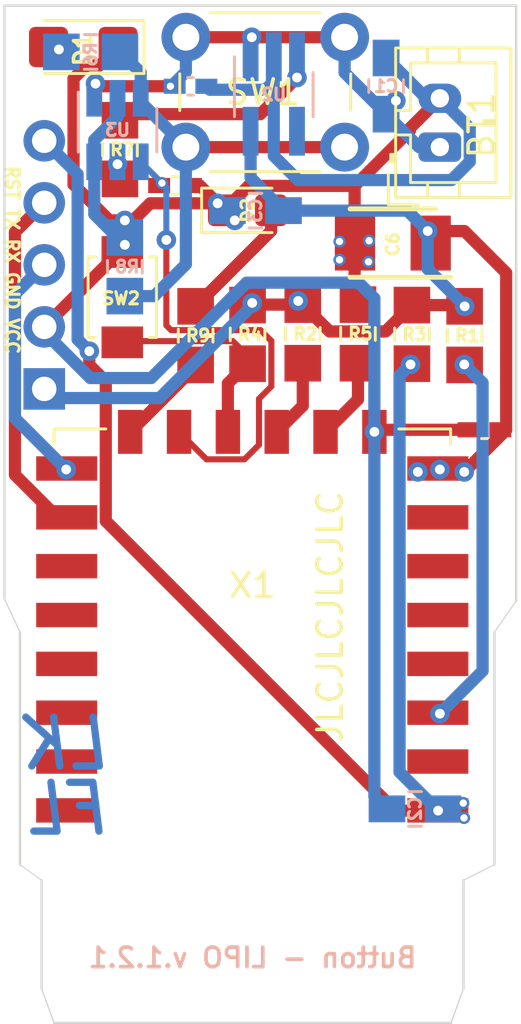
<source format=kicad_pcb>
(kicad_pcb (version 20171130) (host pcbnew "(5.1.9)-1")

  (general
    (thickness 1.6)
    (drawings 23)
    (tracks 176)
    (zones 0)
    (modules 25)
    (nets 18)
  )

  (page A4)
  (layers
    (0 F.Cu signal)
    (31 B.Cu signal)
    (32 B.Adhes user)
    (33 F.Adhes user)
    (34 B.Paste user)
    (35 F.Paste user)
    (36 B.SilkS user)
    (37 F.SilkS user)
    (38 B.Mask user)
    (39 F.Mask user)
    (40 Dwgs.User user)
    (41 Cmts.User user)
    (42 Eco1.User user)
    (43 Eco2.User user)
    (44 Edge.Cuts user)
    (45 Margin user)
    (46 B.CrtYd user hide)
    (47 F.CrtYd user hide)
    (48 B.Fab user hide)
    (49 F.Fab user hide)
  )

  (setup
    (last_trace_width 0.25)
    (user_trace_width 0.5)
    (trace_clearance 0.1)
    (zone_clearance 0.508)
    (zone_45_only no)
    (trace_min 0.2)
    (via_size 0.8)
    (via_drill 0.4)
    (via_min_size 0.4)
    (via_min_drill 0.3)
    (user_via 0.5 0.3)
    (uvia_size 0.3)
    (uvia_drill 0.1)
    (uvias_allowed no)
    (uvia_min_size 0.2)
    (uvia_min_drill 0.1)
    (edge_width 0.05)
    (segment_width 0.2)
    (pcb_text_width 0.3)
    (pcb_text_size 1.5 1.5)
    (mod_edge_width 0.12)
    (mod_text_size 1 1)
    (mod_text_width 0.15)
    (pad_size 1.524 1.524)
    (pad_drill 0.762)
    (pad_to_mask_clearance 0.051)
    (solder_mask_min_width 0.25)
    (aux_axis_origin 0 0)
    (visible_elements 7FFFFFFF)
    (pcbplotparams
      (layerselection 0x010fc_ffffffff)
      (usegerberextensions false)
      (usegerberattributes false)
      (usegerberadvancedattributes true)
      (creategerberjobfile false)
      (excludeedgelayer true)
      (linewidth 0.150000)
      (plotframeref false)
      (viasonmask false)
      (mode 1)
      (useauxorigin true)
      (hpglpennumber 1)
      (hpglpenspeed 20)
      (hpglpendiameter 15.000000)
      (psnegative false)
      (psa4output false)
      (plotreference true)
      (plotvalue true)
      (plotinvisibletext false)
      (padsonsilk false)
      (subtractmaskfromsilk false)
      (outputformat 1)
      (mirror false)
      (drillshape 0)
      (scaleselection 1)
      (outputdirectory "Gerber/"))
  )

  (net 0 "")
  (net 1 /VCC)
  (net 2 /GND)
  (net 3 /RST)
  (net 4 /RX)
  (net 5 /TX)
  (net 6 /EN)
  (net 7 /GPIO2)
  (net 8 /GPIO0)
  (net 9 "Net-(BT1-Pad1)")
  (net 10 /GPIO15)
  (net 11 "Net-(R7-Pad2)")
  (net 12 /GPIO4)
  (net 13 "Net-(D2-Pad2)")
  (net 14 /GPIO5)
  (net 15 "Net-(D1-Pad2)")
  (net 16 "Net-(R6-Pad2)")
  (net 17 "Net-(R7-Pad1)")

  (net_class Default "This is the default net class."
    (clearance 0.1)
    (trace_width 0.25)
    (via_dia 0.8)
    (via_drill 0.4)
    (uvia_dia 0.3)
    (uvia_drill 0.1)
    (add_net /EN)
    (add_net /GND)
    (add_net /GPIO0)
    (add_net /GPIO15)
    (add_net /GPIO2)
    (add_net /GPIO4)
    (add_net /GPIO5)
    (add_net /RST)
    (add_net /RX)
    (add_net /TX)
    (add_net /VCC)
    (add_net "Net-(BT1-Pad1)")
    (add_net "Net-(D1-Pad2)")
    (add_net "Net-(D2-Pad2)")
    (add_net "Net-(R6-Pad2)")
    (add_net "Net-(R7-Pad1)")
    (add_net "Net-(R7-Pad2)")
  )

  (module handsolder:LED_0805_2012Metric_Castellated_mod (layer F.Cu) (tedit 60359125) (tstamp 6032680B)
    (at 125.5295 69.088)
    (descr "LED SMD 0805 (2012 Metric), castellated end terminal, IPC_7351 nominal, (Body size source: https://docs.google.com/spreadsheets/d/1BsfQQcO9C6DZCsRaXUlFlo91Tg2WpOkGARC1WS5S8t0/edit?usp=sharing), generated with kicad-footprint-generator")
    (tags "LED castellated")
    (path /6032747F)
    (attr smd)
    (fp_text reference D2 (at 0 0 90) (layer F.SilkS)
      (effects (font (size 0.5 0.5) (thickness 0.125)))
    )
    (fp_text value LED (at 0 1.6 -180) (layer F.Fab)
      (effects (font (size 1 1) (thickness 0.15)))
    )
    (fp_line (start 1 -0.6) (end -0.7 -0.6) (layer F.Fab) (width 0.1))
    (fp_line (start -0.7 -0.6) (end -1 -0.3) (layer F.Fab) (width 0.1))
    (fp_line (start -1 -0.3) (end -1 0.6) (layer F.Fab) (width 0.1))
    (fp_line (start -1 0.6) (end 1 0.6) (layer F.Fab) (width 0.1))
    (fp_line (start 1 0.6) (end 1 -0.6) (layer F.Fab) (width 0.1))
    (fp_line (start 1 -0.91) (end -1.885 -0.91) (layer F.SilkS) (width 0.12))
    (fp_line (start -1.885 -0.91) (end -1.885 0.91) (layer F.SilkS) (width 0.12))
    (fp_line (start -1.885 0.91) (end 1 0.91) (layer F.SilkS) (width 0.12))
    (fp_line (start -1.88 0.9) (end -1.88 -0.9) (layer F.CrtYd) (width 0.05))
    (fp_line (start -1.88 -0.9) (end 1.88 -0.9) (layer F.CrtYd) (width 0.05))
    (fp_line (start 1.88 -0.9) (end 1.88 0.9) (layer F.CrtYd) (width 0.05))
    (fp_line (start 1.88 0.9) (end -1.88 0.9) (layer F.CrtYd) (width 0.05))
    (fp_text user %R (at 0 0 -180) (layer F.Fab)
      (effects (font (size 0.5 0.5) (thickness 0.08)))
    )
    (pad 2 smd roundrect (at 0.9625 0) (size 1.325 1.3) (layers F.Cu F.Paste F.Mask) (roundrect_rratio 0.1923076923076923)
      (net 13 "Net-(D2-Pad2)"))
    (pad 1 smd roundrect (at -0.9625 0) (size 1.325 1.3) (layers F.Cu F.Paste F.Mask) (roundrect_rratio 0.1923076923076923)
      (net 2 /GND))
    (model ${KISYS3DMOD}/LED_SMD.3dshapes/LED_0805_2012Metric_Castellated.wrl
      (at (xyz 0 0 0))
      (scale (xyz 1 1 1))
      (rotate (xyz 0 0 0))
    )
  )

  (module handsolder:C_0402_1005Metric_Pad0.74x0.62mm_HandSoldermod (layer F.Cu) (tedit 6036714F) (tstamp 6036D134)
    (at 135.22452 78.07452 180)
    (descr "Capacitor SMD 0402 (1005 Metric), square (rectangular) end terminal, IPC_7351 nominal with elongated pad for handsoldering. (Body size source: IPC-SM-782 page 76, https://www.pcb-3d.com/wordpress/wp-content/uploads/ipc-sm-782a_amendment_1_and_2.pdf), generated with kicad-footprint-generator")
    (tags "capacitor handsolder")
    (path /60367C97)
    (attr smd)
    (fp_text reference C7 (at 0 0) (layer F.SilkS) hide
      (effects (font (size 0.5 0.5) (thickness 0.125)))
    )
    (fp_text value 100nF (at 0 1.16) (layer F.Fab)
      (effects (font (size 1 1) (thickness 0.15)))
    )
    (fp_line (start -0.5 0.25) (end -0.5 -0.25) (layer F.Fab) (width 0.1))
    (fp_line (start -0.5 -0.25) (end 0.5 -0.25) (layer F.Fab) (width 0.1))
    (fp_line (start 0.5 -0.25) (end 0.5 0.25) (layer F.Fab) (width 0.1))
    (fp_line (start 0.5 0.25) (end -0.5 0.25) (layer F.Fab) (width 0.1))
    (fp_line (start -0.115835 -0.36) (end 0.115835 -0.36) (layer F.SilkS) (width 0.12))
    (fp_line (start -1.08 0.46) (end -1.08 -0.46) (layer F.CrtYd) (width 0.05))
    (fp_line (start -1.08 -0.46) (end 1.08 -0.46) (layer F.CrtYd) (width 0.05))
    (fp_line (start 1.08 -0.46) (end 1.08 0.46) (layer F.CrtYd) (width 0.05))
    (fp_line (start 1.08 0.46) (end -1.08 0.46) (layer F.CrtYd) (width 0.05))
    (fp_text user %R (at 0 0) (layer F.Fab)
      (effects (font (size 0.25 0.25) (thickness 0.04)))
    )
    (pad 2 smd rect (at 0.65 0 180) (size 0.9 0.62) (layers F.Cu F.Paste F.Mask)
      (net 2 /GND))
    (pad 1 smd rect (at -0.65 0 180) (size 0.9 0.62) (layers F.Cu F.Paste F.Mask)
      (net 1 /VCC))
    (model ${KISYS3DMOD}/Capacitor_SMD.3dshapes/C_0402_1005Metric.wrl
      (at (xyz 0 0 0))
      (scale (xyz 1 1 1))
      (rotate (xyz 0 0 0))
    )
  )

  (module SamacSys_Parts:CAPPM3528X210N (layer F.Cu) (tedit 60364A5B) (tstamp 60368D20)
    (at 131.47548 70.42912 180)
    (descr T495B-10)
    (tags "Capacitor Polarised")
    (path /603708C9)
    (attr smd)
    (fp_text reference C6 (at 0 -0.05 270) (layer F.SilkS)
      (effects (font (size 0.5 0.5) (thickness 0.125)))
    )
    (fp_text value TAJB476M010TNJ (at 0 0 180) (layer F.SilkS) hide
      (effects (font (size 1.27 1.27) (thickness 0.254)))
    )
    (fp_line (start -2.625 -1.75) (end 2.625 -1.75) (layer F.CrtYd) (width 0.05))
    (fp_line (start 2.625 -1.75) (end 2.625 1.75) (layer F.CrtYd) (width 0.05))
    (fp_line (start 2.625 1.75) (end -2.625 1.75) (layer F.CrtYd) (width 0.05))
    (fp_line (start -2.625 1.75) (end -2.625 -1.75) (layer F.CrtYd) (width 0.05))
    (fp_line (start -1.75 -1.4) (end 1.75 -1.4) (layer F.Fab) (width 0.1))
    (fp_line (start 1.75 -1.4) (end 1.75 1.4) (layer F.Fab) (width 0.1))
    (fp_line (start 1.75 1.4) (end -1.75 1.4) (layer F.Fab) (width 0.1))
    (fp_line (start -1.75 1.4) (end -1.75 -1.4) (layer F.Fab) (width 0.1))
    (fp_line (start -1.75 -0.575) (end -0.925 -1.4) (layer F.Fab) (width 0.1))
    (fp_line (start 1.75 -1.4) (end -2.375 -1.4) (layer F.SilkS) (width 0.2))
    (fp_line (start -1.75 1.4) (end 1.75 1.4) (layer F.SilkS) (width 0.2))
    (fp_text user %R (at 0 0 180) (layer F.Fab)
      (effects (font (size 1.27 1.27) (thickness 0.254)))
    )
    (pad 2 smd rect (at 1.55 0 180) (size 1.65 2.25) (layers F.Cu F.Paste F.Mask)
      (net 2 /GND))
    (pad 1 smd rect (at -1.55 0 180) (size 1.65 2.25) (layers F.Cu F.Paste F.Mask)
      (net 1 /VCC))
    (model "C:\\Program Files\\KiCad\\SamacSys_Parts.3dshapes\\T495B476K006ATE450.stp"
      (at (xyz 0 0 0))
      (scale (xyz 1 1 1))
      (rotate (xyz 0 0 0))
    )
  )

  (module handsolder:SOT-23-5_HandSolderingmod (layer B.Cu) (tedit 6035922E) (tstamp 60326955)
    (at 126.6 64.35 270)
    (descr "5-pin SOT23 package")
    (tags "SOT-23-5 hand-soldering")
    (path /602F5FBE)
    (attr smd)
    (fp_text reference U2 (at 0 0 180) (layer B.SilkS)
      (effects (font (size 0.5 0.5) (thickness 0.125)) (justify mirror))
    )
    (fp_text value AP2112K-3.3 (at 10.287 -1.143 90) (layer B.SilkS) hide
      (effects (font (size 1 1) (thickness 0.15)) (justify mirror))
    )
    (fp_line (start -0.9 -1.61) (end 0.9 -1.61) (layer B.SilkS) (width 0.12))
    (fp_line (start 0.9 1.61) (end -1.55 1.61) (layer B.SilkS) (width 0.12))
    (fp_line (start -0.9 0.9) (end -0.25 1.55) (layer B.Fab) (width 0.1))
    (fp_line (start 0.9 1.55) (end -0.25 1.55) (layer B.Fab) (width 0.1))
    (fp_line (start -0.9 0.9) (end -0.9 -1.55) (layer B.Fab) (width 0.1))
    (fp_line (start 0.9 -1.55) (end -0.9 -1.55) (layer B.Fab) (width 0.1))
    (fp_line (start 0.9 1.55) (end 0.9 -1.55) (layer B.Fab) (width 0.1))
    (fp_line (start -2.38 1.8) (end 2.38 1.8) (layer B.CrtYd) (width 0.05))
    (fp_line (start -2.38 1.8) (end -2.38 -1.8) (layer B.CrtYd) (width 0.05))
    (fp_line (start 2.38 -1.8) (end 2.38 1.8) (layer B.CrtYd) (width 0.05))
    (fp_line (start 2.38 -1.8) (end -2.38 -1.8) (layer B.CrtYd) (width 0.05))
    (fp_text user %R (at 0 0) (layer B.Fab)
      (effects (font (size 0.5 0.5) (thickness 0.075)) (justify mirror))
    )
    (pad 5 smd rect (at 1.5 0.95 270) (size 2 0.65) (layers B.Cu B.Paste B.Mask)
      (net 1 /VCC))
    (pad 4 smd rect (at 1.5 -0.95 270) (size 2 0.65) (layers B.Cu B.Paste B.Mask))
    (pad 3 smd rect (at -1.55 -0.95 270) (size 2 0.65) (layers B.Cu B.Paste B.Mask)
      (net 17 "Net-(R7-Pad1)"))
    (pad 2 smd trapezoid (at -1.55 0 270) (size 2 0.65) (layers B.Cu B.Paste B.Mask)
      (net 2 /GND))
    (pad 1 smd rect (at -1.55 0.95 270) (size 2 0.65) (layers B.Cu B.Paste B.Mask)
      (net 9 "Net-(BT1-Pad1)"))
    (model ${KISYS3DMOD}/Package_TO_SOT_SMD.3dshapes/SOT-23-5.wrl
      (at (xyz 0 0 0))
      (scale (xyz 1 1 1))
      (rotate (xyz 0 0 0))
    )
  )

  (module handsolder:SOT-23-6handsoldering (layer B.Cu) (tedit 603591F5) (tstamp 6032696B)
    (at 120.2 65.8 270)
    (descr "6-pin SOT-23 package")
    (tags SOT-23-6)
    (path /6031B6A7)
    (attr smd)
    (fp_text reference U3 (at 0 0 180) (layer B.SilkS)
      (effects (font (size 0.5 0.5) (thickness 0.125)) (justify mirror))
    )
    (fp_text value TPL5111 (at 0 -2.9 270) (layer B.Fab)
      (effects (font (size 1 1) (thickness 0.15)) (justify mirror))
    )
    (fp_line (start -0.9 -1.61) (end 0.9 -1.61) (layer B.SilkS) (width 0.12))
    (fp_line (start 0.9 1.61) (end -1.55 1.61) (layer B.SilkS) (width 0.12))
    (fp_line (start 1.9 1.8) (end -1.9 1.8) (layer B.CrtYd) (width 0.05))
    (fp_line (start 1.9 -1.8) (end 1.9 1.8) (layer B.CrtYd) (width 0.05))
    (fp_line (start -1.9 -1.8) (end 1.9 -1.8) (layer B.CrtYd) (width 0.05))
    (fp_line (start -1.9 1.8) (end -1.9 -1.8) (layer B.CrtYd) (width 0.05))
    (fp_line (start -0.9 0.9) (end -0.25 1.55) (layer B.Fab) (width 0.1))
    (fp_line (start 0.9 1.55) (end -0.25 1.55) (layer B.Fab) (width 0.1))
    (fp_line (start -0.9 0.9) (end -0.9 -1.55) (layer B.Fab) (width 0.1))
    (fp_line (start 0.9 -1.55) (end -0.9 -1.55) (layer B.Fab) (width 0.1))
    (fp_line (start 0.9 1.55) (end 0.9 -1.55) (layer B.Fab) (width 0.1))
    (fp_text user %R (at 0 0) (layer B.Fab)
      (effects (font (size 0.5 0.5) (thickness 0.075)) (justify mirror))
    )
    (pad 5 smd rect (at 1.3 0 270) (size 1.5 0.65) (layers B.Cu B.Paste B.Mask)
      (net 11 "Net-(R7-Pad2)"))
    (pad 6 smd rect (at 1.3 0.95 270) (size 1.5 0.65) (layers B.Cu B.Paste B.Mask)
      (net 2 /GND))
    (pad 4 smd rect (at 1.3 -0.95 270) (size 1.5 0.65) (layers B.Cu B.Paste B.Mask)
      (net 12 /GPIO4))
    (pad 3 smd rect (at -1.3 -0.95 270) (size 1.5 0.65) (layers B.Cu B.Paste B.Mask)
      (net 16 "Net-(R6-Pad2)"))
    (pad 2 smd rect (at -1.3 0 270) (size 1.5 0.65) (layers B.Cu B.Paste B.Mask)
      (net 2 /GND))
    (pad 1 smd rect (at -1.3 0.95 270) (size 1.5 0.65) (layers B.Cu B.Paste B.Mask)
      (net 9 "Net-(BT1-Pad1)"))
    (model ${KISYS3DMOD}/Package_TO_SOT_SMD.3dshapes/SOT-23-6.wrl
      (at (xyz 0 0 0))
      (scale (xyz 1 1 1))
      (rotate (xyz 0 0 0))
    )
  )

  (module handsolder:C_0805_2012handsodermod (layer B.Cu) (tedit 603591CC) (tstamp 603267C3)
    (at 131.2 64 270)
    (descr "Capacitor SMD 0805 (2012 Metric), square (rectangular) end terminal, IPC_7351 nominal with elongated pad for handsoldering. (Body size source: https://docs.google.com/spreadsheets/d/1BsfQQcO9C6DZCsRaXUlFlo91Tg2WpOkGARC1WS5S8t0/edit?usp=sharing), generated with kicad-footprint-generator")
    (tags "capacitor handsolder")
    (path /602D0C1F)
    (attr smd)
    (fp_text reference C1 (at 0 0 180) (layer B.SilkS)
      (effects (font (size 0.5 0.5) (thickness 0.125)) (justify mirror))
    )
    (fp_text value 10uF (at 0 -1.65 90) (layer B.Fab) hide
      (effects (font (size 1 1) (thickness 0.15)) (justify mirror))
    )
    (fp_line (start -1 -0.6) (end -1 0.6) (layer B.Fab) (width 0.1))
    (fp_line (start -1 0.6) (end 1 0.6) (layer B.Fab) (width 0.1))
    (fp_line (start 1 0.6) (end 1 -0.6) (layer B.Fab) (width 0.1))
    (fp_line (start 1 -0.6) (end -1 -0.6) (layer B.Fab) (width 0.1))
    (fp_line (start -0.261252 0.71) (end 0.261252 0.71) (layer B.SilkS) (width 0.12))
    (fp_line (start -0.261252 -0.71) (end 0.261252 -0.71) (layer B.SilkS) (width 0.12))
    (fp_line (start -2 -0.95) (end -2 0.95) (layer B.CrtYd) (width 0.05))
    (fp_line (start -2 0.95) (end 2.05 0.95) (layer B.CrtYd) (width 0.05))
    (fp_line (start 2.05 0.95) (end 2.05 -0.95) (layer B.CrtYd) (width 0.05))
    (fp_line (start 2.05 -0.95) (end -2 -0.95) (layer B.CrtYd) (width 0.05))
    (fp_text user %R (at 0 0 90) (layer B.Fab)
      (effects (font (size 0.5 0.5) (thickness 0.08)) (justify mirror))
    )
    (pad 2 smd rect (at 1.15 0 270) (size 1.5 1.1) (layers B.Cu B.Paste B.Mask)
      (net 9 "Net-(BT1-Pad1)"))
    (pad 1 smd rect (at -1.15 0 270) (size 1.5 1.1) (layers B.Cu B.Paste B.Mask)
      (net 2 /GND))
    (model ${KISYS3DMOD}/Capacitor_SMD.3dshapes/C_0805_2012Metric.wrl
      (at (xyz 0 0 0))
      (scale (xyz 1 1 1))
      (rotate (xyz 0 0 0))
    )
  )

  (module handsolder:C_0805_2012handsodermod (layer B.Cu) (tedit 603591CC) (tstamp 603267E5)
    (at 125.85 69.1)
    (descr "Capacitor SMD 0805 (2012 Metric), square (rectangular) end terminal, IPC_7351 nominal with elongated pad for handsoldering. (Body size source: https://docs.google.com/spreadsheets/d/1BsfQQcO9C6DZCsRaXUlFlo91Tg2WpOkGARC1WS5S8t0/edit?usp=sharing), generated with kicad-footprint-generator")
    (tags "capacitor handsolder")
    (path /602E3D4A)
    (attr smd)
    (fp_text reference C3 (at 0 0 -90) (layer B.SilkS)
      (effects (font (size 0.5 0.5) (thickness 0.125)) (justify mirror))
    )
    (fp_text value 10uF (at 0 -1.65) (layer B.Fab) hide
      (effects (font (size 1 1) (thickness 0.15)) (justify mirror))
    )
    (fp_line (start -1 -0.6) (end -1 0.6) (layer B.Fab) (width 0.1))
    (fp_line (start -1 0.6) (end 1 0.6) (layer B.Fab) (width 0.1))
    (fp_line (start 1 0.6) (end 1 -0.6) (layer B.Fab) (width 0.1))
    (fp_line (start 1 -0.6) (end -1 -0.6) (layer B.Fab) (width 0.1))
    (fp_line (start -0.261252 0.71) (end 0.261252 0.71) (layer B.SilkS) (width 0.12))
    (fp_line (start -0.261252 -0.71) (end 0.261252 -0.71) (layer B.SilkS) (width 0.12))
    (fp_line (start -2 -0.95) (end -2 0.95) (layer B.CrtYd) (width 0.05))
    (fp_line (start -2 0.95) (end 2.05 0.95) (layer B.CrtYd) (width 0.05))
    (fp_line (start 2.05 0.95) (end 2.05 -0.95) (layer B.CrtYd) (width 0.05))
    (fp_line (start 2.05 -0.95) (end -2 -0.95) (layer B.CrtYd) (width 0.05))
    (fp_text user %R (at 0 0) (layer B.Fab)
      (effects (font (size 0.5 0.5) (thickness 0.08)) (justify mirror))
    )
    (pad 2 smd rect (at 1.15 0) (size 1.5 1.1) (layers B.Cu B.Paste B.Mask)
      (net 1 /VCC))
    (pad 1 smd rect (at -1.15 0) (size 1.5 1.1) (layers B.Cu B.Paste B.Mask)
      (net 2 /GND))
    (model ${KISYS3DMOD}/Capacitor_SMD.3dshapes/C_0805_2012Metric.wrl
      (at (xyz 0 0 0))
      (scale (xyz 1 1 1))
      (rotate (xyz 0 0 0))
    )
  )

  (module handsolder:C_0805_2012handsodermod (layer B.Cu) (tedit 603591CC) (tstamp 603267D4)
    (at 132.3848 93.599)
    (descr "Capacitor SMD 0805 (2012 Metric), square (rectangular) end terminal, IPC_7351 nominal with elongated pad for handsoldering. (Body size source: https://docs.google.com/spreadsheets/d/1BsfQQcO9C6DZCsRaXUlFlo91Tg2WpOkGARC1WS5S8t0/edit?usp=sharing), generated with kicad-footprint-generator")
    (tags "capacitor handsolder")
    (path /602C896A)
    (attr smd)
    (fp_text reference C2 (at 0 0 -90) (layer B.SilkS)
      (effects (font (size 0.5 0.5) (thickness 0.125)) (justify mirror))
    )
    (fp_text value 100nF (at 0 -1.65) (layer B.Fab) hide
      (effects (font (size 1 1) (thickness 0.15)) (justify mirror))
    )
    (fp_line (start -1 -0.6) (end -1 0.6) (layer B.Fab) (width 0.1))
    (fp_line (start -1 0.6) (end 1 0.6) (layer B.Fab) (width 0.1))
    (fp_line (start 1 0.6) (end 1 -0.6) (layer B.Fab) (width 0.1))
    (fp_line (start 1 -0.6) (end -1 -0.6) (layer B.Fab) (width 0.1))
    (fp_line (start -0.261252 0.71) (end 0.261252 0.71) (layer B.SilkS) (width 0.12))
    (fp_line (start -0.261252 -0.71) (end 0.261252 -0.71) (layer B.SilkS) (width 0.12))
    (fp_line (start -2 -0.95) (end -2 0.95) (layer B.CrtYd) (width 0.05))
    (fp_line (start -2 0.95) (end 2.05 0.95) (layer B.CrtYd) (width 0.05))
    (fp_line (start 2.05 0.95) (end 2.05 -0.95) (layer B.CrtYd) (width 0.05))
    (fp_line (start 2.05 -0.95) (end -2 -0.95) (layer B.CrtYd) (width 0.05))
    (fp_text user %R (at 0 0) (layer B.Fab)
      (effects (font (size 0.5 0.5) (thickness 0.08)) (justify mirror))
    )
    (pad 2 smd rect (at 1.15 0) (size 1.5 1.1) (layers B.Cu B.Paste B.Mask)
      (net 3 /RST))
    (pad 1 smd rect (at -1.15 0) (size 1.5 1.1) (layers B.Cu B.Paste B.Mask)
      (net 2 /GND))
    (model ${KISYS3DMOD}/Capacitor_SMD.3dshapes/C_0805_2012Metric.wrl
      (at (xyz 0 0 0))
      (scale (xyz 1 1 1))
      (rotate (xyz 0 0 0))
    )
  )

  (module handsolder:R_0805_2012handsoldermod (layer B.Cu) (tedit 60358F22) (tstamp 603268E1)
    (at 120.5 71.4 90)
    (descr "Resistor SMD 0805 (2012 Metric), square (rectangular) end terminal, IPC_7351 nominal with elongated pad for handsoldering. (Body size source: https://docs.google.com/spreadsheets/d/1BsfQQcO9C6DZCsRaXUlFlo91Tg2WpOkGARC1WS5S8t0/edit?usp=sharing), generated with kicad-footprint-generator")
    (tags "resistor handsolder")
    (path /6031EA78)
    (attr smd)
    (fp_text reference R8 (at 0 0.1 180) (layer B.SilkS)
      (effects (font (size 0.5 0.5) (thickness 0.125)) (justify mirror))
    )
    (fp_text value 10k (at 0 -1.65 90) (layer B.Fab) hide
      (effects (font (size 1 1) (thickness 0.15)) (justify mirror))
    )
    (fp_line (start -1 -0.6) (end -1 0.6) (layer B.Fab) (width 0.1))
    (fp_line (start -1 0.6) (end 1 0.6) (layer B.Fab) (width 0.1))
    (fp_line (start 1 0.6) (end 1 -0.6) (layer B.Fab) (width 0.1))
    (fp_line (start 1 -0.6) (end -1 -0.6) (layer B.Fab) (width 0.1))
    (fp_line (start -0.261252 0.71) (end 0.261252 0.71) (layer B.SilkS) (width 0.12))
    (fp_line (start -0.261252 -0.71) (end 0.261252 -0.71) (layer B.SilkS) (width 0.12))
    (fp_line (start -2.05 -0.95) (end -2.05 0.95) (layer B.CrtYd) (width 0.05))
    (fp_line (start -2.05 0.95) (end 2.05 0.95) (layer B.CrtYd) (width 0.05))
    (fp_line (start 2.05 0.95) (end 2.05 -0.95) (layer B.CrtYd) (width 0.05))
    (fp_line (start 2.05 -0.95) (end -2.05 -0.95) (layer B.CrtYd) (width 0.05))
    (fp_text user %R (at 0 0 90) (layer B.Fab)
      (effects (font (size 0.5 0.5) (thickness 0.08)) (justify mirror))
    )
    (pad 2 smd rect (at 1.2 0 90) (size 1.5 1.5) (layers B.Cu B.Paste B.Mask)
      (net 2 /GND))
    (pad 1 smd rect (at -1.2 0 90) (size 1.5 1.5) (layers B.Cu B.Paste B.Mask)
      (net 16 "Net-(R6-Pad2)"))
    (model ${KISYS3DMOD}/Resistor_SMD.3dshapes/R_0805_2012Metric.wrl
      (at (xyz 0 0 0))
      (scale (xyz 1 1 1))
      (rotate (xyz 0 0 0))
    )
  )

  (module handsolder:R_0805_2012handsoldermod (layer F.Cu) (tedit 60358F22) (tstamp 603268F2)
    (at 123.4 74.2188 270)
    (descr "Resistor SMD 0805 (2012 Metric), square (rectangular) end terminal, IPC_7351 nominal with elongated pad for handsoldering. (Body size source: https://docs.google.com/spreadsheets/d/1BsfQQcO9C6DZCsRaXUlFlo91Tg2WpOkGARC1WS5S8t0/edit?usp=sharing), generated with kicad-footprint-generator")
    (tags "resistor handsolder")
    (path /60325E7B)
    (attr smd)
    (fp_text reference R9 (at 0 -0.1) (layer F.SilkS)
      (effects (font (size 0.5 0.5) (thickness 0.125)))
    )
    (fp_text value 1k (at 0 1.65 90) (layer F.Fab) hide
      (effects (font (size 1 1) (thickness 0.15)))
    )
    (fp_line (start -1 0.6) (end -1 -0.6) (layer F.Fab) (width 0.1))
    (fp_line (start -1 -0.6) (end 1 -0.6) (layer F.Fab) (width 0.1))
    (fp_line (start 1 -0.6) (end 1 0.6) (layer F.Fab) (width 0.1))
    (fp_line (start 1 0.6) (end -1 0.6) (layer F.Fab) (width 0.1))
    (fp_line (start -0.261252 -0.71) (end 0.261252 -0.71) (layer F.SilkS) (width 0.12))
    (fp_line (start -0.261252 0.71) (end 0.261252 0.71) (layer F.SilkS) (width 0.12))
    (fp_line (start -2.05 0.95) (end -2.05 -0.95) (layer F.CrtYd) (width 0.05))
    (fp_line (start -2.05 -0.95) (end 2.05 -0.95) (layer F.CrtYd) (width 0.05))
    (fp_line (start 2.05 -0.95) (end 2.05 0.95) (layer F.CrtYd) (width 0.05))
    (fp_line (start 2.05 0.95) (end -2.05 0.95) (layer F.CrtYd) (width 0.05))
    (fp_text user %R (at 0 0 90) (layer F.Fab)
      (effects (font (size 0.5 0.5) (thickness 0.08)))
    )
    (pad 2 smd rect (at 1.2 0 270) (size 1.5 1.5) (layers F.Cu F.Paste F.Mask)
      (net 14 /GPIO5))
    (pad 1 smd rect (at -1.2 0 270) (size 1.5 1.5) (layers F.Cu F.Paste F.Mask)
      (net 13 "Net-(D2-Pad2)"))
    (model ${KISYS3DMOD}/Resistor_SMD.3dshapes/R_0805_2012Metric.wrl
      (at (xyz 0 0 0))
      (scale (xyz 1 1 1))
      (rotate (xyz 0 0 0))
    )
  )

  (module handsolder:R_0805_2012handsoldermod (layer F.Cu) (tedit 60358F22) (tstamp 603268D0)
    (at 120.3 66.6 270)
    (descr "Resistor SMD 0805 (2012 Metric), square (rectangular) end terminal, IPC_7351 nominal with elongated pad for handsoldering. (Body size source: https://docs.google.com/spreadsheets/d/1BsfQQcO9C6DZCsRaXUlFlo91Tg2WpOkGARC1WS5S8t0/edit?usp=sharing), generated with kicad-footprint-generator")
    (tags "resistor handsolder")
    (path /602F7A06)
    (attr smd)
    (fp_text reference R7 (at 0 -0.1) (layer F.SilkS)
      (effects (font (size 0.5 0.5) (thickness 0.125)))
    )
    (fp_text value 10k (at 0 1.65 90) (layer F.Fab) hide
      (effects (font (size 1 1) (thickness 0.15)))
    )
    (fp_line (start -1 0.6) (end -1 -0.6) (layer F.Fab) (width 0.1))
    (fp_line (start -1 -0.6) (end 1 -0.6) (layer F.Fab) (width 0.1))
    (fp_line (start 1 -0.6) (end 1 0.6) (layer F.Fab) (width 0.1))
    (fp_line (start 1 0.6) (end -1 0.6) (layer F.Fab) (width 0.1))
    (fp_line (start -0.261252 -0.71) (end 0.261252 -0.71) (layer F.SilkS) (width 0.12))
    (fp_line (start -0.261252 0.71) (end 0.261252 0.71) (layer F.SilkS) (width 0.12))
    (fp_line (start -2.05 0.95) (end -2.05 -0.95) (layer F.CrtYd) (width 0.05))
    (fp_line (start -2.05 -0.95) (end 2.05 -0.95) (layer F.CrtYd) (width 0.05))
    (fp_line (start 2.05 -0.95) (end 2.05 0.95) (layer F.CrtYd) (width 0.05))
    (fp_line (start 2.05 0.95) (end -2.05 0.95) (layer F.CrtYd) (width 0.05))
    (fp_text user %R (at 0 0 90) (layer F.Fab)
      (effects (font (size 0.5 0.5) (thickness 0.08)))
    )
    (pad 2 smd rect (at 1.2 0 270) (size 1.5 1.5) (layers F.Cu F.Paste F.Mask)
      (net 11 "Net-(R7-Pad2)"))
    (pad 1 smd rect (at -1.2 0 270) (size 1.5 1.5) (layers F.Cu F.Paste F.Mask)
      (net 17 "Net-(R7-Pad1)"))
    (model ${KISYS3DMOD}/Resistor_SMD.3dshapes/R_0805_2012Metric.wrl
      (at (xyz 0 0 0))
      (scale (xyz 1 1 1))
      (rotate (xyz 0 0 0))
    )
  )

  (module handsolder:R_0805_2012handsoldermod (layer B.Cu) (tedit 60358F22) (tstamp 603268BF)
    (at 119.1 62.6)
    (descr "Resistor SMD 0805 (2012 Metric), square (rectangular) end terminal, IPC_7351 nominal with elongated pad for handsoldering. (Body size source: https://docs.google.com/spreadsheets/d/1BsfQQcO9C6DZCsRaXUlFlo91Tg2WpOkGARC1WS5S8t0/edit?usp=sharing), generated with kicad-footprint-generator")
    (tags "resistor handsolder")
    (path /602D454A)
    (attr smd)
    (fp_text reference R6 (at 0 0.1 -90) (layer B.SilkS)
      (effects (font (size 0.5 0.5) (thickness 0.125)) (justify mirror))
    )
    (fp_text value 1k (at 0 -1.65) (layer B.Fab) hide
      (effects (font (size 1 1) (thickness 0.15)) (justify mirror))
    )
    (fp_line (start -1 -0.6) (end -1 0.6) (layer B.Fab) (width 0.1))
    (fp_line (start -1 0.6) (end 1 0.6) (layer B.Fab) (width 0.1))
    (fp_line (start 1 0.6) (end 1 -0.6) (layer B.Fab) (width 0.1))
    (fp_line (start 1 -0.6) (end -1 -0.6) (layer B.Fab) (width 0.1))
    (fp_line (start -0.261252 0.71) (end 0.261252 0.71) (layer B.SilkS) (width 0.12))
    (fp_line (start -0.261252 -0.71) (end 0.261252 -0.71) (layer B.SilkS) (width 0.12))
    (fp_line (start -2.05 -0.95) (end -2.05 0.95) (layer B.CrtYd) (width 0.05))
    (fp_line (start -2.05 0.95) (end 2.05 0.95) (layer B.CrtYd) (width 0.05))
    (fp_line (start 2.05 0.95) (end 2.05 -0.95) (layer B.CrtYd) (width 0.05))
    (fp_line (start 2.05 -0.95) (end -2.05 -0.95) (layer B.CrtYd) (width 0.05))
    (fp_text user %R (at 0 0) (layer B.Fab)
      (effects (font (size 0.5 0.5) (thickness 0.08)) (justify mirror))
    )
    (pad 2 smd rect (at 1.2 0) (size 1.5 1.5) (layers B.Cu B.Paste B.Mask)
      (net 16 "Net-(R6-Pad2)"))
    (pad 1 smd rect (at -1.2 0) (size 1.5 1.5) (layers B.Cu B.Paste B.Mask)
      (net 15 "Net-(D1-Pad2)"))
    (model ${KISYS3DMOD}/Resistor_SMD.3dshapes/R_0805_2012Metric.wrl
      (at (xyz 0 0 0))
      (scale (xyz 1 1 1))
      (rotate (xyz 0 0 0))
    )
  )

  (module handsolder:R_0805_2012handsoldermod (layer F.Cu) (tedit 60358F22) (tstamp 603268AE)
    (at 130.048 74.1488 270)
    (descr "Resistor SMD 0805 (2012 Metric), square (rectangular) end terminal, IPC_7351 nominal with elongated pad for handsoldering. (Body size source: https://docs.google.com/spreadsheets/d/1BsfQQcO9C6DZCsRaXUlFlo91Tg2WpOkGARC1WS5S8t0/edit?usp=sharing), generated with kicad-footprint-generator")
    (tags "resistor handsolder")
    (path /602CA91E)
    (attr smd)
    (fp_text reference R5 (at 0 -0.1) (layer F.SilkS)
      (effects (font (size 0.5 0.5) (thickness 0.125)))
    )
    (fp_text value 4.7k (at 0 1.65 90) (layer F.Fab) hide
      (effects (font (size 1 1) (thickness 0.15)))
    )
    (fp_line (start -1 0.6) (end -1 -0.6) (layer F.Fab) (width 0.1))
    (fp_line (start -1 -0.6) (end 1 -0.6) (layer F.Fab) (width 0.1))
    (fp_line (start 1 -0.6) (end 1 0.6) (layer F.Fab) (width 0.1))
    (fp_line (start 1 0.6) (end -1 0.6) (layer F.Fab) (width 0.1))
    (fp_line (start -0.261252 -0.71) (end 0.261252 -0.71) (layer F.SilkS) (width 0.12))
    (fp_line (start -0.261252 0.71) (end 0.261252 0.71) (layer F.SilkS) (width 0.12))
    (fp_line (start -2.05 0.95) (end -2.05 -0.95) (layer F.CrtYd) (width 0.05))
    (fp_line (start -2.05 -0.95) (end 2.05 -0.95) (layer F.CrtYd) (width 0.05))
    (fp_line (start 2.05 -0.95) (end 2.05 0.95) (layer F.CrtYd) (width 0.05))
    (fp_line (start 2.05 0.95) (end -2.05 0.95) (layer F.CrtYd) (width 0.05))
    (fp_text user %R (at 0 0 90) (layer F.Fab)
      (effects (font (size 0.5 0.5) (thickness 0.08)))
    )
    (pad 2 smd rect (at 1.2 0 270) (size 1.5 1.5) (layers F.Cu F.Paste F.Mask)
      (net 10 /GPIO15))
    (pad 1 smd rect (at -1.2 0 270) (size 1.5 1.5) (layers F.Cu F.Paste F.Mask)
      (net 2 /GND))
    (model ${KISYS3DMOD}/Resistor_SMD.3dshapes/R_0805_2012Metric.wrl
      (at (xyz 0 0 0))
      (scale (xyz 1 1 1))
      (rotate (xyz 0 0 0))
    )
  )

  (module handsolder:R_0805_2012handsoldermod (layer F.Cu) (tedit 60358F22) (tstamp 6032689D)
    (at 125.5268 74.168 270)
    (descr "Resistor SMD 0805 (2012 Metric), square (rectangular) end terminal, IPC_7351 nominal with elongated pad for handsoldering. (Body size source: https://docs.google.com/spreadsheets/d/1BsfQQcO9C6DZCsRaXUlFlo91Tg2WpOkGARC1WS5S8t0/edit?usp=sharing), generated with kicad-footprint-generator")
    (tags "resistor handsolder")
    (path /602CA541)
    (attr smd)
    (fp_text reference R4 (at 0 -0.1) (layer F.SilkS)
      (effects (font (size 0.5 0.5) (thickness 0.125)))
    )
    (fp_text value 10k (at 0 1.65 90) (layer F.Fab) hide
      (effects (font (size 1 1) (thickness 0.15)))
    )
    (fp_line (start -1 0.6) (end -1 -0.6) (layer F.Fab) (width 0.1))
    (fp_line (start -1 -0.6) (end 1 -0.6) (layer F.Fab) (width 0.1))
    (fp_line (start 1 -0.6) (end 1 0.6) (layer F.Fab) (width 0.1))
    (fp_line (start 1 0.6) (end -1 0.6) (layer F.Fab) (width 0.1))
    (fp_line (start -0.261252 -0.71) (end 0.261252 -0.71) (layer F.SilkS) (width 0.12))
    (fp_line (start -0.261252 0.71) (end 0.261252 0.71) (layer F.SilkS) (width 0.12))
    (fp_line (start -2.05 0.95) (end -2.05 -0.95) (layer F.CrtYd) (width 0.05))
    (fp_line (start -2.05 -0.95) (end 2.05 -0.95) (layer F.CrtYd) (width 0.05))
    (fp_line (start 2.05 -0.95) (end 2.05 0.95) (layer F.CrtYd) (width 0.05))
    (fp_line (start 2.05 0.95) (end -2.05 0.95) (layer F.CrtYd) (width 0.05))
    (fp_text user %R (at 0 0 90) (layer F.Fab)
      (effects (font (size 0.5 0.5) (thickness 0.08)))
    )
    (pad 2 smd rect (at 1.2 0 270) (size 1.5 1.5) (layers F.Cu F.Paste F.Mask)
      (net 8 /GPIO0))
    (pad 1 smd rect (at -1.2 0 270) (size 1.5 1.5) (layers F.Cu F.Paste F.Mask)
      (net 1 /VCC))
    (model ${KISYS3DMOD}/Resistor_SMD.3dshapes/R_0805_2012Metric.wrl
      (at (xyz 0 0 0))
      (scale (xyz 1 1 1))
      (rotate (xyz 0 0 0))
    )
  )

  (module handsolder:R_0805_2012handsoldermod (layer F.Cu) (tedit 60358F22) (tstamp 6032688C)
    (at 132.2578 74.168 270)
    (descr "Resistor SMD 0805 (2012 Metric), square (rectangular) end terminal, IPC_7351 nominal with elongated pad for handsoldering. (Body size source: https://docs.google.com/spreadsheets/d/1BsfQQcO9C6DZCsRaXUlFlo91Tg2WpOkGARC1WS5S8t0/edit?usp=sharing), generated with kicad-footprint-generator")
    (tags "resistor handsolder")
    (path /602C7954)
    (attr smd)
    (fp_text reference R3 (at 0 -0.1) (layer F.SilkS)
      (effects (font (size 0.5 0.5) (thickness 0.125)))
    )
    (fp_text value 10k (at 0 1.65 90) (layer F.Fab) hide
      (effects (font (size 1 1) (thickness 0.15)))
    )
    (fp_line (start -1 0.6) (end -1 -0.6) (layer F.Fab) (width 0.1))
    (fp_line (start -1 -0.6) (end 1 -0.6) (layer F.Fab) (width 0.1))
    (fp_line (start 1 -0.6) (end 1 0.6) (layer F.Fab) (width 0.1))
    (fp_line (start 1 0.6) (end -1 0.6) (layer F.Fab) (width 0.1))
    (fp_line (start -0.261252 -0.71) (end 0.261252 -0.71) (layer F.SilkS) (width 0.12))
    (fp_line (start -0.261252 0.71) (end 0.261252 0.71) (layer F.SilkS) (width 0.12))
    (fp_line (start -2.05 0.95) (end -2.05 -0.95) (layer F.CrtYd) (width 0.05))
    (fp_line (start -2.05 -0.95) (end 2.05 -0.95) (layer F.CrtYd) (width 0.05))
    (fp_line (start 2.05 -0.95) (end 2.05 0.95) (layer F.CrtYd) (width 0.05))
    (fp_line (start 2.05 0.95) (end -2.05 0.95) (layer F.CrtYd) (width 0.05))
    (fp_text user %R (at 0 0 90) (layer F.Fab)
      (effects (font (size 0.5 0.5) (thickness 0.08)))
    )
    (pad 2 smd rect (at 1.2 0 270) (size 1.5 1.5) (layers F.Cu F.Paste F.Mask)
      (net 3 /RST))
    (pad 1 smd rect (at -1.2 0 270) (size 1.5 1.5) (layers F.Cu F.Paste F.Mask)
      (net 1 /VCC))
    (model ${KISYS3DMOD}/Resistor_SMD.3dshapes/R_0805_2012Metric.wrl
      (at (xyz 0 0 0))
      (scale (xyz 1 1 1))
      (rotate (xyz 0 0 0))
    )
  )

  (module handsolder:R_0805_2012handsoldermod (layer F.Cu) (tedit 60358F22) (tstamp 6032687B)
    (at 127.7874 74.1488 270)
    (descr "Resistor SMD 0805 (2012 Metric), square (rectangular) end terminal, IPC_7351 nominal with elongated pad for handsoldering. (Body size source: https://docs.google.com/spreadsheets/d/1BsfQQcO9C6DZCsRaXUlFlo91Tg2WpOkGARC1WS5S8t0/edit?usp=sharing), generated with kicad-footprint-generator")
    (tags "resistor handsolder")
    (path /602CC605)
    (attr smd)
    (fp_text reference R2 (at 0 -0.1) (layer F.SilkS)
      (effects (font (size 0.5 0.5) (thickness 0.125)))
    )
    (fp_text value 10k (at 0 1.65 90) (layer F.Fab) hide
      (effects (font (size 1 1) (thickness 0.15)))
    )
    (fp_line (start -1 0.6) (end -1 -0.6) (layer F.Fab) (width 0.1))
    (fp_line (start -1 -0.6) (end 1 -0.6) (layer F.Fab) (width 0.1))
    (fp_line (start 1 -0.6) (end 1 0.6) (layer F.Fab) (width 0.1))
    (fp_line (start 1 0.6) (end -1 0.6) (layer F.Fab) (width 0.1))
    (fp_line (start -0.261252 -0.71) (end 0.261252 -0.71) (layer F.SilkS) (width 0.12))
    (fp_line (start -0.261252 0.71) (end 0.261252 0.71) (layer F.SilkS) (width 0.12))
    (fp_line (start -2.05 0.95) (end -2.05 -0.95) (layer F.CrtYd) (width 0.05))
    (fp_line (start -2.05 -0.95) (end 2.05 -0.95) (layer F.CrtYd) (width 0.05))
    (fp_line (start 2.05 -0.95) (end 2.05 0.95) (layer F.CrtYd) (width 0.05))
    (fp_line (start 2.05 0.95) (end -2.05 0.95) (layer F.CrtYd) (width 0.05))
    (fp_text user %R (at 0 0 90) (layer F.Fab)
      (effects (font (size 0.5 0.5) (thickness 0.08)))
    )
    (pad 2 smd rect (at 1.2 0 270) (size 1.5 1.5) (layers F.Cu F.Paste F.Mask)
      (net 7 /GPIO2))
    (pad 1 smd rect (at -1.2 0 270) (size 1.5 1.5) (layers F.Cu F.Paste F.Mask)
      (net 1 /VCC))
    (model ${KISYS3DMOD}/Resistor_SMD.3dshapes/R_0805_2012Metric.wrl
      (at (xyz 0 0 0))
      (scale (xyz 1 1 1))
      (rotate (xyz 0 0 0))
    )
  )

  (module handsolder:R_0805_2012handsoldermod (layer F.Cu) (tedit 60358F22) (tstamp 6032686A)
    (at 134.4168 74.2188 270)
    (descr "Resistor SMD 0805 (2012 Metric), square (rectangular) end terminal, IPC_7351 nominal with elongated pad for handsoldering. (Body size source: https://docs.google.com/spreadsheets/d/1BsfQQcO9C6DZCsRaXUlFlo91Tg2WpOkGARC1WS5S8t0/edit?usp=sharing), generated with kicad-footprint-generator")
    (tags "resistor handsolder")
    (path /602C727C)
    (attr smd)
    (fp_text reference R1 (at 0 -0.1) (layer F.SilkS)
      (effects (font (size 0.5 0.5) (thickness 0.125)))
    )
    (fp_text value 10k (at 0 1.65 90) (layer F.Fab) hide
      (effects (font (size 1 1) (thickness 0.15)))
    )
    (fp_line (start -1 0.6) (end -1 -0.6) (layer F.Fab) (width 0.1))
    (fp_line (start -1 -0.6) (end 1 -0.6) (layer F.Fab) (width 0.1))
    (fp_line (start 1 -0.6) (end 1 0.6) (layer F.Fab) (width 0.1))
    (fp_line (start 1 0.6) (end -1 0.6) (layer F.Fab) (width 0.1))
    (fp_line (start -0.261252 -0.71) (end 0.261252 -0.71) (layer F.SilkS) (width 0.12))
    (fp_line (start -0.261252 0.71) (end 0.261252 0.71) (layer F.SilkS) (width 0.12))
    (fp_line (start -2.05 0.95) (end -2.05 -0.95) (layer F.CrtYd) (width 0.05))
    (fp_line (start -2.05 -0.95) (end 2.05 -0.95) (layer F.CrtYd) (width 0.05))
    (fp_line (start 2.05 -0.95) (end 2.05 0.95) (layer F.CrtYd) (width 0.05))
    (fp_line (start 2.05 0.95) (end -2.05 0.95) (layer F.CrtYd) (width 0.05))
    (fp_text user %R (at 0 0 90) (layer F.Fab)
      (effects (font (size 0.5 0.5) (thickness 0.08)))
    )
    (pad 2 smd rect (at 1.2 0 270) (size 1.5 1.5) (layers F.Cu F.Paste F.Mask)
      (net 6 /EN))
    (pad 1 smd rect (at -1.2 0 270) (size 1.5 1.5) (layers F.Cu F.Paste F.Mask)
      (net 1 /VCC))
    (model ${KISYS3DMOD}/Resistor_SMD.3dshapes/R_0805_2012Metric.wrl
      (at (xyz 0 0 0))
      (scale (xyz 1 1 1))
      (rotate (xyz 0 0 0))
    )
  )

  (module handsolder:C_0402_1005Metric_Pad0.74x0.62mm_HandSoldermod (layer B.Cu) (tedit 60342830) (tstamp 6034F44F)
    (at 123.19 64.008)
    (descr "Capacitor SMD 0402 (1005 Metric), square (rectangular) end terminal, IPC_7351 nominal with elongated pad for handsoldering. (Body size source: IPC-SM-782 page 76, https://www.pcb-3d.com/wordpress/wp-content/uploads/ipc-sm-782a_amendment_1_and_2.pdf), generated with kicad-footprint-generator")
    (tags "capacitor handsolder")
    (path /6034F39F)
    (attr smd)
    (fp_text reference C5 (at -0.127 0.8255 180) (layer B.SilkS) hide
      (effects (font (size 0.5 0.5) (thickness 0.125)) (justify mirror))
    )
    (fp_text value 100nF (at 0 -1.16) (layer B.Fab)
      (effects (font (size 1 1) (thickness 0.15)) (justify mirror))
    )
    (fp_line (start -0.5 -0.25) (end -0.5 0.25) (layer B.Fab) (width 0.1))
    (fp_line (start -0.5 0.25) (end 0.5 0.25) (layer B.Fab) (width 0.1))
    (fp_line (start 0.5 0.25) (end 0.5 -0.25) (layer B.Fab) (width 0.1))
    (fp_line (start 0.5 -0.25) (end -0.5 -0.25) (layer B.Fab) (width 0.1))
    (fp_line (start -0.115835 0.36) (end 0.115835 0.36) (layer B.SilkS) (width 0.12))
    (fp_line (start -0.115835 -0.36) (end 0.115835 -0.36) (layer B.SilkS) (width 0.12))
    (fp_line (start -1.08 -0.46) (end -1.08 0.46) (layer B.CrtYd) (width 0.05))
    (fp_line (start -1.08 0.46) (end 1.08 0.46) (layer B.CrtYd) (width 0.05))
    (fp_line (start 1.08 0.46) (end 1.08 -0.46) (layer B.CrtYd) (width 0.05))
    (fp_line (start 1.08 -0.46) (end -1.08 -0.46) (layer B.CrtYd) (width 0.05))
    (fp_text user %R (at 0 0) (layer B.Fab)
      (effects (font (size 0.25 0.25) (thickness 0.04)) (justify mirror))
    )
    (pad 2 smd rect (at 0.65 0) (size 0.9 0.62) (layers B.Cu B.Paste B.Mask)
      (net 2 /GND))
    (pad 1 smd rect (at -0.65 0) (size 0.9 0.62) (layers B.Cu B.Paste B.Mask)
      (net 9 "Net-(BT1-Pad1)"))
    (model ${KISYS3DMOD}/Capacitor_SMD.3dshapes/C_0402_1005Metric.wrl
      (at (xyz 0 0 0))
      (scale (xyz 1 1 1))
      (rotate (xyz 0 0 0))
    )
  )

  (module Button_Switch_SMD:SW_SPST_B3U-1000P (layer F.Cu) (tedit 60353A91) (tstamp 6032692A)
    (at 120.396 72.644 90)
    (descr "Ultra-small-sized Tactile Switch with High Contact Reliability, Top-actuated Model, without Ground Terminal, without Boss")
    (tags "Tactile Switch")
    (path /602CDBD4)
    (attr smd)
    (fp_text reference SW2 (at -0.05 -0.05) (layer F.SilkS)
      (effects (font (size 0.5 0.5) (thickness 0.125)))
    )
    (fp_text value SW_Push (at 0 2.5 90) (layer F.Fab)
      (effects (font (size 1 1) (thickness 0.15)))
    )
    (fp_circle (center 0 0) (end 0.75 0) (layer F.Fab) (width 0.1))
    (fp_line (start -1.5 1.25) (end -1.5 -1.25) (layer F.Fab) (width 0.1))
    (fp_line (start 1.5 1.25) (end -1.5 1.25) (layer F.Fab) (width 0.1))
    (fp_line (start 1.5 -1.25) (end 1.5 1.25) (layer F.Fab) (width 0.1))
    (fp_line (start -1.5 -1.25) (end 1.5 -1.25) (layer F.Fab) (width 0.1))
    (fp_line (start 1.65 -1.4) (end 1.65 -1.1) (layer F.SilkS) (width 0.12))
    (fp_line (start -1.65 -1.4) (end 1.65 -1.4) (layer F.SilkS) (width 0.12))
    (fp_line (start -1.65 -1.1) (end -1.65 -1.4) (layer F.SilkS) (width 0.12))
    (fp_line (start 1.65 1.4) (end 1.65 1.1) (layer F.SilkS) (width 0.12))
    (fp_line (start -1.65 1.4) (end 1.65 1.4) (layer F.SilkS) (width 0.12))
    (fp_line (start -1.65 1.1) (end -1.65 1.4) (layer F.SilkS) (width 0.12))
    (fp_line (start -2.5 -1.65) (end -2.5 1.65) (layer F.CrtYd) (width 0.05))
    (fp_line (start 2.5 -1.65) (end -2.5 -1.65) (layer F.CrtYd) (width 0.05))
    (fp_line (start 2.5 1.65) (end 2.5 -1.65) (layer F.CrtYd) (width 0.05))
    (fp_line (start -2.5 1.65) (end 2.5 1.65) (layer F.CrtYd) (width 0.05))
    (fp_text user %R (at 0 -2.5 90) (layer F.Fab)
      (effects (font (size 1 1) (thickness 0.15)))
    )
    (pad 2 smd rect (at 1.85 0 90) (size 1.3 1.7) (layers F.Cu F.Paste F.Mask)
      (net 2 /GND))
    (pad 1 smd rect (at -1.85 0 90) (size 1.3 1.7) (layers F.Cu F.Paste F.Mask)
      (net 8 /GPIO0))
    (model ${KISYS3DMOD}/Button_Switch_SMD.3dshapes/SW_SPST_B3U-1000P.wrl
      (at (xyz 0 0 0))
      (scale (xyz 1 1 1))
      (rotate (xyz 0 0 0))
    )
  )

  (module Connector_PinSocket_2.54mm:PinSocket_1x05_P2.54mm_Vertical (layer F.Cu) (tedit 603537B0) (tstamp 60326824)
    (at 117.2 76.4 180)
    (descr "Through hole straight socket strip, 1x05, 2.54mm pitch, single row (from Kicad 4.0.7), script generated")
    (tags "Through hole socket strip THT 1x05 2.54mm single row")
    (path /60301345)
    (fp_text reference J1 (at 0 -2.77) (layer F.SilkS) hide
      (effects (font (size 1 1) (thickness 0.15)))
    )
    (fp_text value Conn_01x05_Female (at 0 12.93) (layer F.Fab)
      (effects (font (size 1 1) (thickness 0.15)))
    )
    (fp_line (start -1.8 11.9) (end -1.8 -1.8) (layer F.CrtYd) (width 0.05))
    (fp_line (start 1.75 11.9) (end -1.8 11.9) (layer F.CrtYd) (width 0.05))
    (fp_line (start 1.75 -1.8) (end 1.75 11.9) (layer F.CrtYd) (width 0.05))
    (fp_line (start -1.8 -1.8) (end 1.75 -1.8) (layer F.CrtYd) (width 0.05))
    (fp_line (start -1.27 11.43) (end -1.27 -1.27) (layer F.Fab) (width 0.1))
    (fp_line (start 1.27 11.43) (end -1.27 11.43) (layer F.Fab) (width 0.1))
    (fp_line (start 1.27 -0.635) (end 1.27 11.43) (layer F.Fab) (width 0.1))
    (fp_line (start 0.635 -1.27) (end 1.27 -0.635) (layer F.Fab) (width 0.1))
    (fp_line (start -1.27 -1.27) (end 0.635 -1.27) (layer F.Fab) (width 0.1))
    (fp_text user %R (at 0 5.08 90) (layer F.Fab)
      (effects (font (size 1 1) (thickness 0.15)))
    )
    (pad 5 thru_hole oval (at 0 10.16 180) (size 1.7 1.7) (drill 1) (layers *.Cu *.Mask)
      (net 3 /RST))
    (pad 4 thru_hole oval (at 0 7.62 180) (size 1.7 1.7) (drill 1) (layers *.Cu *.Mask)
      (net 5 /TX))
    (pad 3 thru_hole oval (at 0 5.08 180) (size 1.7 1.7) (drill 1) (layers *.Cu *.Mask)
      (net 4 /RX))
    (pad 2 thru_hole oval (at 0 2.54 180) (size 1.7 1.7) (drill 1) (layers *.Cu *.Mask)
      (net 2 /GND))
    (pad 1 thru_hole rect (at 0 0 180) (size 1.7 1.7) (drill 1) (layers *.Cu *.Mask)
      (net 1 /VCC))
    (model ${KISYS3DMOD}/Connector_PinSocket_2.54mm.3dshapes/PinSocket_1x05_P2.54mm_Vertical.wrl
      (at (xyz 0 0 0))
      (scale (xyz 1 1 1))
      (rotate (xyz 0 0 0))
    )
  )

  (module Button_Switch_THT:SW_PUSH_6mm_H8mm (layer F.Cu) (tedit 60353762) (tstamp 60326911)
    (at 123 62)
    (descr "tactile push button, 6x6mm e.g. PHAP33xx series, height=8mm")
    (tags "tact sw push 6mm")
    (path /602CFCB7)
    (fp_text reference SW1 (at 3.15 2.25) (layer F.SilkS)
      (effects (font (size 1 1) (thickness 0.15)))
    )
    (fp_text value SW_Push (at 3.75 6.7) (layer F.Fab)
      (effects (font (size 1 1) (thickness 0.15)))
    )
    (fp_circle (center 3.25 2.25) (end 1.25 2.5) (layer F.Fab) (width 0.1))
    (fp_line (start 6.75 3) (end 6.75 1.5) (layer F.SilkS) (width 0.12))
    (fp_line (start 5.5 -1) (end 1 -1) (layer F.SilkS) (width 0.12))
    (fp_line (start -0.25 1.5) (end -0.25 3) (layer F.SilkS) (width 0.12))
    (fp_line (start 1 5.5) (end 5.5 5.5) (layer F.SilkS) (width 0.12))
    (fp_line (start 8 -1.25) (end 8 5.75) (layer F.CrtYd) (width 0.05))
    (fp_line (start 7.75 6) (end -1.25 6) (layer F.CrtYd) (width 0.05))
    (fp_line (start -1.5 5.75) (end -1.5 -1.25) (layer F.CrtYd) (width 0.05))
    (fp_line (start -1.25 -1.5) (end 7.75 -1.5) (layer F.CrtYd) (width 0.05))
    (fp_line (start -1.5 6) (end -1.25 6) (layer F.CrtYd) (width 0.05))
    (fp_line (start -1.5 5.75) (end -1.5 6) (layer F.CrtYd) (width 0.05))
    (fp_line (start -1.5 -1.5) (end -1.25 -1.5) (layer F.CrtYd) (width 0.05))
    (fp_line (start -1.5 -1.25) (end -1.5 -1.5) (layer F.CrtYd) (width 0.05))
    (fp_line (start 8 -1.5) (end 8 -1.25) (layer F.CrtYd) (width 0.05))
    (fp_line (start 7.75 -1.5) (end 8 -1.5) (layer F.CrtYd) (width 0.05))
    (fp_line (start 8 6) (end 8 5.75) (layer F.CrtYd) (width 0.05))
    (fp_line (start 7.75 6) (end 8 6) (layer F.CrtYd) (width 0.05))
    (fp_line (start 0.25 -0.75) (end 3.25 -0.75) (layer F.Fab) (width 0.1))
    (fp_line (start 0.25 5.25) (end 0.25 -0.75) (layer F.Fab) (width 0.1))
    (fp_line (start 6.25 5.25) (end 0.25 5.25) (layer F.Fab) (width 0.1))
    (fp_line (start 6.25 -0.75) (end 6.25 5.25) (layer F.Fab) (width 0.1))
    (fp_line (start 3.25 -0.75) (end 6.25 -0.75) (layer F.Fab) (width 0.1))
    (fp_text user %R (at 3.25 2.25) (layer F.Fab)
      (effects (font (size 1 1) (thickness 0.15)))
    )
    (pad 1 thru_hole circle (at 6.5 0 90) (size 2 2) (drill 1.1) (layers *.Cu *.Mask)
      (net 9 "Net-(BT1-Pad1)"))
    (pad 2 thru_hole circle (at 6.5 4.5 90) (size 2 2) (drill 1.1) (layers *.Cu *.Mask)
      (net 16 "Net-(R6-Pad2)"))
    (pad 1 thru_hole circle (at 0 0 90) (size 2 2) (drill 1.1) (layers *.Cu *.Mask)
      (net 9 "Net-(BT1-Pad1)"))
    (pad 2 thru_hole circle (at 0 4.5 90) (size 2 2) (drill 1.1) (layers *.Cu *.Mask)
      (net 16 "Net-(R6-Pad2)"))
    (model ${KISYS3DMOD}/Button_Switch_THT.3dshapes/SW_PUSH_6mm_H8mm.wrl
      (at (xyz 0 0 0))
      (scale (xyz 1 1 1))
      (rotate (xyz 0 0 0))
    )
  )

  (module handsolder:ESP-12Elesssilk (layer F.Cu) (tedit 60343770) (tstamp 603269A6)
    (at 125.72 90.16 180)
    (descr "Wi-Fi Module, http://wiki.ai-thinker.com/_media/esp8266/docs/aithinker_esp_12f_datasheet_en.pdf")
    (tags "Wi-Fi Module")
    (path /602C0443)
    (attr smd)
    (fp_text reference X1 (at 0 5.715 180) (layer F.SilkS)
      (effects (font (size 1 1) (thickness 0.15)))
    )
    (fp_text value ESP-12E (at -0.06 -12.78 180) (layer F.Fab)
      (effects (font (size 1 1) (thickness 0.15)))
    )
    (fp_line (start 5.56 -4.8) (end 8.12 -7.36) (layer Dwgs.User) (width 0.12))
    (fp_line (start 2.56 -4.8) (end 8.12 -10.36) (layer Dwgs.User) (width 0.12))
    (fp_line (start -0.44 -4.8) (end 6.88 -12.12) (layer Dwgs.User) (width 0.12))
    (fp_line (start -3.44 -4.8) (end 3.88 -12.12) (layer Dwgs.User) (width 0.12))
    (fp_line (start -6.44 -4.8) (end 0.88 -12.12) (layer Dwgs.User) (width 0.12))
    (fp_line (start -8.12 -6.12) (end -2.12 -12.12) (layer Dwgs.User) (width 0.12))
    (fp_line (start -8.12 -9.12) (end -5.12 -12.12) (layer Dwgs.User) (width 0.12))
    (fp_line (start -8.12 -4.8) (end -8.12 -12.12) (layer Dwgs.User) (width 0.12))
    (fp_line (start 8.12 -4.8) (end -8.12 -4.8) (layer Dwgs.User) (width 0.12))
    (fp_line (start 8.12 -12.12) (end 8.12 -4.8) (layer Dwgs.User) (width 0.12))
    (fp_line (start -8.12 -12.12) (end 8.12 -12.12) (layer Dwgs.User) (width 0.12))
    (fp_line (start -8.12 12.12) (end -8.12 11.5) (layer F.SilkS) (width 0.12))
    (fp_line (start -6 12.12) (end -8.12 12.12) (layer F.SilkS) (width 0.12))
    (fp_line (start 8.12 12.12) (end 6 12.12) (layer F.SilkS) (width 0.12))
    (fp_line (start 8.12 11.5) (end 8.12 12.12) (layer F.SilkS) (width 0.12))
    (fp_line (start -9.05 13.1) (end -9.05 -12.2) (layer F.CrtYd) (width 0.05))
    (fp_line (start 9.05 13.1) (end -9.05 13.1) (layer F.CrtYd) (width 0.05))
    (fp_line (start 9.05 -12.2) (end 9.05 13.1) (layer F.CrtYd) (width 0.05))
    (fp_line (start -9.05 -12.2) (end 9.05 -12.2) (layer F.CrtYd) (width 0.05))
    (fp_line (start -8 -4) (end -8 -12) (layer F.Fab) (width 0.12))
    (fp_line (start -7.5 -3.5) (end -8 -4) (layer F.Fab) (width 0.12))
    (fp_line (start -8 -3) (end -7.5 -3.5) (layer F.Fab) (width 0.12))
    (fp_line (start -8 12) (end -8 -3) (layer F.Fab) (width 0.12))
    (fp_line (start 8 12) (end -8 12) (layer F.Fab) (width 0.12))
    (fp_line (start 8 -12) (end 8 12) (layer F.Fab) (width 0.12))
    (fp_line (start -8 -12) (end 8 -12) (layer F.Fab) (width 0.12))
    (fp_text user %R (at 0.49 -0.8 180) (layer F.Fab)
      (effects (font (size 1 1) (thickness 0.15)))
    )
    (fp_text user "KEEP-OUT ZONE" (at 0.03 -9.55) (layer Cmts.User)
      (effects (font (size 1 1) (thickness 0.15)))
    )
    (fp_text user Antenna (at -0.06 -7) (layer Cmts.User)
      (effects (font (size 1 1) (thickness 0.15)))
    )
    (pad 22 smd rect (at 7.6 -3.5 180) (size 2.5 1) (layers F.Cu F.Paste F.Mask))
    (pad 21 smd rect (at 7.6 -1.5 180) (size 2.5 1) (layers F.Cu F.Paste F.Mask))
    (pad 20 smd rect (at 7.6 0.5 180) (size 2.5 1) (layers F.Cu F.Paste F.Mask))
    (pad 19 smd rect (at 7.6 2.5 180) (size 2.5 1) (layers F.Cu F.Paste F.Mask))
    (pad 18 smd rect (at 7.6 4.5 180) (size 2.5 1) (layers F.Cu F.Paste F.Mask))
    (pad 17 smd rect (at 7.6 6.5 180) (size 2.5 1) (layers F.Cu F.Paste F.Mask))
    (pad 16 smd rect (at 7.6 8.5 180) (size 2.5 1) (layers F.Cu F.Paste F.Mask)
      (net 5 /TX))
    (pad 15 smd rect (at 7.6 10.5 180) (size 2.5 1) (layers F.Cu F.Paste F.Mask)
      (net 4 /RX))
    (pad 14 smd rect (at 5 12 180) (size 1 1.8) (layers F.Cu F.Paste F.Mask)
      (net 14 /GPIO5))
    (pad 13 smd rect (at 3 12 180) (size 1 1.8) (layers F.Cu F.Paste F.Mask)
      (net 12 /GPIO4))
    (pad 12 smd rect (at 1 12 180) (size 1 1.8) (layers F.Cu F.Paste F.Mask)
      (net 8 /GPIO0))
    (pad 11 smd rect (at -1 12 180) (size 1 1.8) (layers F.Cu F.Paste F.Mask)
      (net 7 /GPIO2))
    (pad 10 smd rect (at -3 12 180) (size 1 1.8) (layers F.Cu F.Paste F.Mask)
      (net 10 /GPIO15))
    (pad 9 smd rect (at -5 12 180) (size 1 1.8) (layers F.Cu F.Paste F.Mask)
      (net 2 /GND))
    (pad 8 smd rect (at -7.6 10.5 180) (size 2.5 1) (layers F.Cu F.Paste F.Mask)
      (net 1 /VCC))
    (pad 7 smd rect (at -7.6 8.5 180) (size 2.5 1) (layers F.Cu F.Paste F.Mask))
    (pad 6 smd rect (at -7.6 6.5 180) (size 2.5 1) (layers F.Cu F.Paste F.Mask))
    (pad 5 smd rect (at -7.6 4.5 180) (size 2.5 1) (layers F.Cu F.Paste F.Mask))
    (pad 4 smd rect (at -7.6 2.5 180) (size 2.5 1) (layers F.Cu F.Paste F.Mask))
    (pad 3 smd rect (at -7.6 0.5 180) (size 2.5 1) (layers F.Cu F.Paste F.Mask)
      (net 6 /EN))
    (pad 2 smd rect (at -7.6 -1.5 180) (size 2.5 1) (layers F.Cu F.Paste F.Mask))
    (pad 1 smd rect (at -7.6 -3.5 180) (size 2.5 1) (layers F.Cu F.Paste F.Mask)
      (net 3 /RST))
    (model ${KISYS3DMOD}/RF_Module.3dshapes/ESP-12E.wrl
      (at (xyz 0 0 0))
      (scale (xyz 1 1 1))
      (rotate (xyz 0 0 0))
    )
  )

  (module Capacitor_SMD:C_0402_1005Metric_Pad0.74x0.62mm_HandSolder (layer F.Cu) (tedit 60342830) (tstamp 6034871F)
    (at 122.555 68.072)
    (descr "Capacitor SMD 0402 (1005 Metric), square (rectangular) end terminal, IPC_7351 nominal with elongated pad for handsoldering. (Body size source: IPC-SM-782 page 76, https://www.pcb-3d.com/wordpress/wp-content/uploads/ipc-sm-782a_amendment_1_and_2.pdf), generated with kicad-footprint-generator")
    (tags "capacitor handsolder")
    (path /6039298F)
    (attr smd)
    (fp_text reference C4 (at -0.127 1.016) (layer F.SilkS) hide
      (effects (font (size 1 1) (thickness 0.15)))
    )
    (fp_text value 10nf-100nf (at 0 1.16) (layer F.Fab)
      (effects (font (size 1 1) (thickness 0.15)))
    )
    (fp_line (start 1.08 0.46) (end -1.08 0.46) (layer F.CrtYd) (width 0.05))
    (fp_line (start 1.08 -0.46) (end 1.08 0.46) (layer F.CrtYd) (width 0.05))
    (fp_line (start -1.08 -0.46) (end 1.08 -0.46) (layer F.CrtYd) (width 0.05))
    (fp_line (start -1.08 0.46) (end -1.08 -0.46) (layer F.CrtYd) (width 0.05))
    (fp_line (start -0.115835 0.36) (end 0.115835 0.36) (layer F.SilkS) (width 0.12))
    (fp_line (start -0.115835 -0.36) (end 0.115835 -0.36) (layer F.SilkS) (width 0.12))
    (fp_line (start 0.5 0.25) (end -0.5 0.25) (layer F.Fab) (width 0.1))
    (fp_line (start 0.5 -0.25) (end 0.5 0.25) (layer F.Fab) (width 0.1))
    (fp_line (start -0.5 -0.25) (end 0.5 -0.25) (layer F.Fab) (width 0.1))
    (fp_line (start -0.5 0.25) (end -0.5 -0.25) (layer F.Fab) (width 0.1))
    (fp_text user %R (at 0 0) (layer F.Fab)
      (effects (font (size 0.25 0.25) (thickness 0.04)))
    )
    (pad 2 smd rect (at 0.65 0) (size 0.9 0.62) (layers F.Cu F.Paste F.Mask)
      (net 2 /GND))
    (pad 1 smd rect (at -0.65 0) (size 0.9 0.62) (layers F.Cu F.Paste F.Mask)
      (net 12 /GPIO4))
    (model ${KISYS3DMOD}/Capacitor_SMD.3dshapes/C_0402_1005Metric.wrl
      (at (xyz 0 0 0))
      (scale (xyz 1 1 1))
      (rotate (xyz 0 0 0))
    )
  )

  (module Connector_JST:JST_PH_B2B-PH-K_1x02_P2.00mm_Vertical (layer F.Cu) (tedit 5B7745C2) (tstamp 60326788)
    (at 133.4 66.5 90)
    (descr "JST PH series connector, B2B-PH-K (http://www.jst-mfg.com/product/pdf/eng/ePH.pdf), generated with kicad-footprint-generator")
    (tags "connector JST PH side entry")
    (path /602C3B33)
    (fp_text reference BT1 (at 0.9 1.7 -90) (layer F.SilkS)
      (effects (font (size 1 1) (thickness 0.15)))
    )
    (fp_text value Battery_Cell (at 1 4 -90) (layer F.Fab)
      (effects (font (size 1 1) (thickness 0.15)))
    )
    (fp_line (start -2.06 -1.81) (end -2.06 2.91) (layer F.SilkS) (width 0.12))
    (fp_line (start -2.06 2.91) (end 4.06 2.91) (layer F.SilkS) (width 0.12))
    (fp_line (start 4.06 2.91) (end 4.06 -1.81) (layer F.SilkS) (width 0.12))
    (fp_line (start 4.06 -1.81) (end -2.06 -1.81) (layer F.SilkS) (width 0.12))
    (fp_line (start -0.3 -1.81) (end -0.3 -2.01) (layer F.SilkS) (width 0.12))
    (fp_line (start -0.3 -2.01) (end -0.6 -2.01) (layer F.SilkS) (width 0.12))
    (fp_line (start -0.6 -2.01) (end -0.6 -1.81) (layer F.SilkS) (width 0.12))
    (fp_line (start -0.3 -1.91) (end -0.6 -1.91) (layer F.SilkS) (width 0.12))
    (fp_line (start 0.5 -1.81) (end 0.5 -1.2) (layer F.SilkS) (width 0.12))
    (fp_line (start 0.5 -1.2) (end -1.45 -1.2) (layer F.SilkS) (width 0.12))
    (fp_line (start -1.45 -1.2) (end -1.45 2.3) (layer F.SilkS) (width 0.12))
    (fp_line (start -1.45 2.3) (end 3.45 2.3) (layer F.SilkS) (width 0.12))
    (fp_line (start 3.45 2.3) (end 3.45 -1.2) (layer F.SilkS) (width 0.12))
    (fp_line (start 3.45 -1.2) (end 1.5 -1.2) (layer F.SilkS) (width 0.12))
    (fp_line (start 1.5 -1.2) (end 1.5 -1.81) (layer F.SilkS) (width 0.12))
    (fp_line (start -2.06 -0.5) (end -1.45 -0.5) (layer F.SilkS) (width 0.12))
    (fp_line (start -2.06 0.8) (end -1.45 0.8) (layer F.SilkS) (width 0.12))
    (fp_line (start 4.06 -0.5) (end 3.45 -0.5) (layer F.SilkS) (width 0.12))
    (fp_line (start 4.06 0.8) (end 3.45 0.8) (layer F.SilkS) (width 0.12))
    (fp_line (start 0.9 2.3) (end 0.9 1.8) (layer F.SilkS) (width 0.12))
    (fp_line (start 0.9 1.8) (end 1.1 1.8) (layer F.SilkS) (width 0.12))
    (fp_line (start 1.1 1.8) (end 1.1 2.3) (layer F.SilkS) (width 0.12))
    (fp_line (start 1 2.3) (end 1 1.8) (layer F.SilkS) (width 0.12))
    (fp_line (start -1.11 -2.11) (end -2.36 -2.11) (layer F.SilkS) (width 0.12))
    (fp_line (start -2.36 -2.11) (end -2.36 -0.86) (layer F.SilkS) (width 0.12))
    (fp_line (start -1.11 -2.11) (end -2.36 -2.11) (layer F.Fab) (width 0.1))
    (fp_line (start -2.36 -2.11) (end -2.36 -0.86) (layer F.Fab) (width 0.1))
    (fp_line (start -1.95 -1.7) (end -1.95 2.8) (layer F.Fab) (width 0.1))
    (fp_line (start -1.95 2.8) (end 3.95 2.8) (layer F.Fab) (width 0.1))
    (fp_line (start 3.95 2.8) (end 3.95 -1.7) (layer F.Fab) (width 0.1))
    (fp_line (start 3.95 -1.7) (end -1.95 -1.7) (layer F.Fab) (width 0.1))
    (fp_line (start -2.45 -2.2) (end -2.45 3.3) (layer F.CrtYd) (width 0.05))
    (fp_line (start -2.45 3.3) (end 4.45 3.3) (layer F.CrtYd) (width 0.05))
    (fp_line (start 4.45 3.3) (end 4.45 -2.2) (layer F.CrtYd) (width 0.05))
    (fp_line (start 4.45 -2.2) (end -2.45 -2.2) (layer F.CrtYd) (width 0.05))
    (fp_text user %R (at 1 1.5 -90) (layer F.Fab)
      (effects (font (size 1 1) (thickness 0.15)))
    )
    (pad 2 thru_hole oval (at 2 0 90) (size 1.2 1.75) (drill 0.75) (layers *.Cu *.Mask)
      (net 2 /GND))
    (pad 1 thru_hole roundrect (at 0 0 90) (size 1.2 1.75) (drill 0.75) (layers *.Cu *.Mask) (roundrect_rratio 0.208333)
      (net 9 "Net-(BT1-Pad1)"))
    (model ${KISYS3DMOD}/Connector_JST.3dshapes/JST_PH_B2B-PH-K_1x02_P2.00mm_Vertical.wrl
      (at (xyz 0 0 0))
      (scale (xyz 1 1 1))
      (rotate (xyz 0 0 0))
    )
  )

  (module LED_SMD:LED_1206_3216Metric_Castellated (layer F.Cu) (tedit 5F68FEF1) (tstamp 603267F8)
    (at 118.8 62.4 180)
    (descr "LED SMD 1206 (3216 Metric), castellated end terminal, IPC_7351 nominal, (Body size source: http://www.tortai-tech.com/upload/download/2011102023233369053.pdf), generated with kicad-footprint-generator")
    (tags "LED castellated")
    (path /602D28D1)
    (attr smd)
    (fp_text reference D1 (at 0.0176 -0.0922 90) (layer F.SilkS)
      (effects (font (size 0.7 0.7) (thickness 0.15)))
    )
    (fp_text value LED (at 0 1.78) (layer F.Fab)
      (effects (font (size 1 1) (thickness 0.15)))
    )
    (fp_line (start 1.6 -0.8) (end -1.2 -0.8) (layer F.Fab) (width 0.1))
    (fp_line (start -1.2 -0.8) (end -1.6 -0.4) (layer F.Fab) (width 0.1))
    (fp_line (start -1.6 -0.4) (end -1.6 0.8) (layer F.Fab) (width 0.1))
    (fp_line (start -1.6 0.8) (end 1.6 0.8) (layer F.Fab) (width 0.1))
    (fp_line (start 1.6 0.8) (end 1.6 -0.8) (layer F.Fab) (width 0.1))
    (fp_line (start 1.6 -1.085) (end -2.485 -1.085) (layer F.SilkS) (width 0.12))
    (fp_line (start -2.485 -1.085) (end -2.485 1.085) (layer F.SilkS) (width 0.12))
    (fp_line (start -2.485 1.085) (end 1.6 1.085) (layer F.SilkS) (width 0.12))
    (fp_line (start -2.48 1.08) (end -2.48 -1.08) (layer F.CrtYd) (width 0.05))
    (fp_line (start -2.48 -1.08) (end 2.48 -1.08) (layer F.CrtYd) (width 0.05))
    (fp_line (start 2.48 -1.08) (end 2.48 1.08) (layer F.CrtYd) (width 0.05))
    (fp_line (start 2.48 1.08) (end -2.48 1.08) (layer F.CrtYd) (width 0.05))
    (fp_text user %R (at 0 0) (layer F.Fab)
      (effects (font (size 0.8 0.8) (thickness 0.12)))
    )
    (pad 2 smd roundrect (at 1.425 0 180) (size 1.6 1.65) (layers F.Cu F.Paste F.Mask) (roundrect_rratio 0.15625)
      (net 15 "Net-(D1-Pad2)"))
    (pad 1 smd roundrect (at -1.425 0 180) (size 1.6 1.65) (layers F.Cu F.Paste F.Mask) (roundrect_rratio 0.15625)
      (net 2 /GND))
    (model ${KISYS3DMOD}/LED_SMD.3dshapes/LED_1206_3216Metric_Castellated.wrl
      (at (xyz 0 0 0))
      (scale (xyz 1 1 1))
      (rotate (xyz 0 0 0))
    )
  )

  (gr_text LK (at 118.11 90.932) (layer B.Cu) (tstamp 603440A4)
    (effects (font (size 2 2) (thickness 0.3) italic) (justify mirror))
  )
  (gr_text "V1.2.1\nONLY LIPO\nTIMER TPL51111" (at 150.8125 74.4855) (layer F.Fab)
    (effects (font (size 2 2) (thickness 0.3)))
  )
  (gr_text "RST TX RX GND VCC" (at 115.9 71.12 270) (layer F.SilkS)
    (effects (font (size 0.5 0.5) (thickness 0.125)))
  )
  (gr_line (start 115.57 60.706) (end 136.525 60.706) (layer Edge.Cuts) (width 0.1) (tstamp 60329047))
  (gr_line (start 133.858 102.362) (end 134.366 100.965) (layer Edge.Cuts) (width 0.05) (tstamp 60328FAC))
  (gr_line (start 117.094 100.965) (end 117.602 102.362) (layer Edge.Cuts) (width 0.05) (tstamp 60328FAB))
  (gr_line (start 134.366 96.52) (end 135.636 95.885) (layer Edge.Cuts) (width 0.05) (tstamp 60328ED2))
  (gr_line (start 134.366 96.52) (end 134.366 100.965) (layer Edge.Cuts) (width 0.1) (tstamp 60328EC5))
  (gr_line (start 136.525 85.09) (end 135.636 86.36) (layer Edge.Cuts) (width 0.05) (tstamp 60328EB9))
  (gr_line (start 135.636 86.36) (end 135.636 95.885) (layer Edge.Cuts) (width 0.1) (tstamp 60328EAB))
  (gr_line (start 136.525 80.645) (end 136.525 85.09) (layer Edge.Cuts) (width 0.1) (tstamp 60328E6D))
  (gr_line (start 136.525 78.105) (end 136.525 80.645) (layer Edge.Cuts) (width 0.1) (tstamp 60328E03))
  (gr_line (start 116.205 95.885) (end 117.094 96.52) (layer Edge.Cuts) (width 0.05) (tstamp 60328C85))
  (gr_line (start 116.205 95.885) (end 116.205 86.36) (layer Edge.Cuts) (width 0.1) (tstamp 60328C83))
  (gr_line (start 115.57 85) (end 116.205 86.36) (layer Edge.Cuts) (width 0.05) (tstamp 60328C79))
  (gr_line (start 115.57 85) (end 115.57 84) (layer Edge.Cuts) (width 0.1) (tstamp 60328C75))
  (gr_line (start 115.57 84) (end 115.57 60.706) (layer Edge.Cuts) (width 0.1) (tstamp 60328C73))
  (gr_text FL (at 118.237 93.599) (layer B.Cu)
    (effects (font (size 2 2) (thickness 0.3) italic) (justify mirror))
  )
  (gr_text "Button - LIPO v.1.2.1\n" (at 125.73 99.695) (layer B.SilkS)
    (effects (font (size 0.8 0.8) (thickness 0.15)) (justify mirror))
  )
  (gr_text JLCJLCJLCJLC (at 128.905 85.725 90) (layer F.SilkS)
    (effects (font (size 1 1) (thickness 0.15)))
  )
  (gr_line (start 136.525 60.706) (end 136.525 78.105) (layer Edge.Cuts) (width 0.1))
  (gr_line (start 117.094 100.965) (end 117.094 96.52) (layer Edge.Cuts) (width 0.1))
  (gr_line (start 133.858 102.362) (end 117.602 102.362) (layer Edge.Cuts) (width 0.1))

  (via (at 132.90296 69.93636) (size 0.8) (drill 0.4) (layers F.Cu B.Cu) (net 1) (status 30))
  (via (at 134.4 79.8) (size 0.8) (drill 0.4) (layers F.Cu B.Cu) (net 1) (status 30))
  (via (at 132.5 79.8) (size 0.8) (drill 0.4) (layers F.Cu B.Cu) (net 1) (status 30))
  (segment (start 125.65 67.75) (end 127 69.1) (width 0.5) (layer B.Cu) (net 1) (status 20))
  (segment (start 125.65 65.85) (end 125.65 67.75) (width 0.5) (layer B.Cu) (net 1) (status 10))
  (segment (start 134.366 72.968) (end 134.4168 73.0188) (width 0.5) (layer F.Cu) (net 1) (status 30))
  (segment (start 132.2578 72.968) (end 134.366 72.968) (width 0.5) (layer F.Cu) (net 1) (status 30))
  (via (at 127.6 72.8) (size 0.8) (drill 0.4) (layers F.Cu B.Cu) (net 1) (status 30))
  (via (at 133.4 79.7) (size 0.8) (drill 0.4) (layers F.Cu B.Cu) (net 1) (status 30))
  (segment (start 132.0666 69.1) (end 132.90296 69.93636) (width 0.5) (layer B.Cu) (net 1))
  (segment (start 127 69.1) (end 132.0666 69.1) (width 0.5) (layer B.Cu) (net 1) (status 10))
  (segment (start 132.90296 69.93636) (end 132.90296 71.48576) (width 0.5) (layer B.Cu) (net 1))
  (segment (start 132.90296 71.48576) (end 134.366 72.9488) (width 0.5) (layer B.Cu) (net 1))
  (via (at 134.4168 73.0188) (size 0.8) (drill 0.4) (layers F.Cu B.Cu) (net 1) (status 30))
  (segment (start 132.90296 69.93636) (end 134.40664 69.93636) (width 0.5) (layer F.Cu) (net 1) (status 10))
  (segment (start 136.116812 78.083188) (end 134.4 79.8) (width 0.5) (layer F.Cu) (net 1) (status 20))
  (segment (start 136.116812 71.646532) (end 136.116812 78.083188) (width 0.5) (layer F.Cu) (net 1))
  (segment (start 134.40664 69.93636) (end 136.116812 71.646532) (width 0.5) (layer F.Cu) (net 1))
  (segment (start 128.887401 74.048801) (end 127.7874 72.9488) (width 0.5) (layer F.Cu) (net 1) (status 20))
  (segment (start 131.176999 74.048801) (end 128.887401 74.048801) (width 0.5) (layer F.Cu) (net 1))
  (segment (start 132.2578 72.968) (end 131.176999 74.048801) (width 0.5) (layer F.Cu) (net 1) (status 10))
  (via (at 125.716103 72.880373) (size 0.8) (drill 0.4) (layers F.Cu B.Cu) (net 1) (status 30))
  (segment (start 117.574609 76.774609) (end 121.925391 76.774609) (width 0.5) (layer B.Cu) (net 1) (status 10))
  (segment (start 121.925391 76.774609) (end 125.7 73) (width 0.5) (layer B.Cu) (net 1))
  (segment (start 117.2 76.4) (end 117.574609 76.774609) (width 0.5) (layer B.Cu) (net 1) (status 30))
  (segment (start 125.7 72.896476) (end 125.716103 72.880373) (width 0.5) (layer B.Cu) (net 1))
  (segment (start 125.7 73) (end 125.7 72.896476) (width 0.5) (layer B.Cu) (net 1))
  (segment (start 125.78453 72.9488) (end 125.716103 72.880373) (width 0.5) (layer F.Cu) (net 1) (status 30))
  (segment (start 127.7874 72.9488) (end 125.78453 72.9488) (width 0.5) (layer F.Cu) (net 1) (status 30))
  (via (at 129.29108 70.36308) (size 0.5) (drill 0.3) (layers F.Cu B.Cu) (net 2))
  (via (at 129.29108 71.11492) (size 0.5) (drill 0.3) (layers F.Cu B.Cu) (net 2))
  (via (at 130.5052 70.3326) (size 0.5) (drill 0.3) (layers F.Cu B.Cu) (net 2))
  (via (at 130.4798 71.1962) (size 0.5) (drill 0.3) (layers F.Cu B.Cu) (net 2))
  (via (at 125 69.5) (size 0.8) (drill 0.4) (layers F.Cu B.Cu) (net 2) (status 30))
  (via (at 124.3 68.8) (size 0.8) (drill 0.4) (layers F.Cu B.Cu) (net 2) (status 30))
  (via (at 120.5 70.5) (size 0.8) (drill 0.4) (layers F.Cu B.Cu) (net 2) (status 30))
  (via (at 120.5 69.5) (size 0.8) (drill 0.4) (layers F.Cu B.Cu) (net 2) (status 30))
  (segment (start 119.25 69.25) (end 120.5 70.5) (width 0.5) (layer B.Cu) (net 2) (status 20))
  (segment (start 119.25 67.1) (end 119.25 69.25) (width 0.5) (layer B.Cu) (net 2) (status 10))
  (segment (start 132.85 64.5) (end 131.2 62.85) (width 0.5) (layer B.Cu) (net 2) (status 30))
  (segment (start 133.4 64.5) (end 132.85 64.5) (width 0.5) (layer B.Cu) (net 2) (status 30))
  (segment (start 120.2 65.255002) (end 120.2 64.5) (width 0.5) (layer B.Cu) (net 2) (status 20))
  (segment (start 119.25 66.205002) (end 120.2 65.255002) (width 0.5) (layer B.Cu) (net 2))
  (segment (start 119.25 67.1) (end 119.25 66.205002) (width 0.5) (layer B.Cu) (net 2) (status 10))
  (segment (start 127.594999 67.850001) (end 126.6 66.855002) (width 0.5) (layer B.Cu) (net 2))
  (segment (start 126.6 66.855002) (end 126.6 62.8) (width 0.5) (layer B.Cu) (net 2) (status 20))
  (segment (start 133.873545 67.850001) (end 127.594999 67.850001) (width 0.5) (layer B.Cu) (net 2))
  (segment (start 134.62501 67.098536) (end 133.873545 67.850001) (width 0.5) (layer B.Cu) (net 2))
  (segment (start 134.62501 65.72501) (end 134.62501 67.098536) (width 0.5) (layer B.Cu) (net 2))
  (segment (start 133.4 64.5) (end 134.62501 65.72501) (width 0.5) (layer B.Cu) (net 2) (status 10))
  (segment (start 125.56701 68.08799) (end 124.567 69.088) (width 0.5) (layer F.Cu) (net 2) (status 20))
  (segment (start 132.17499 65.823012) (end 129.910012 68.08799) (width 0.5) (layer F.Cu) (net 2))
  (segment (start 129.910012 68.08799) (end 125.56701 68.08799) (width 0.5) (layer F.Cu) (net 2))
  (segment (start 132.17499 65.72501) (end 132.17499 65.823012) (width 0.5) (layer F.Cu) (net 2))
  (segment (start 133.4 64.5) (end 132.17499 65.72501) (width 0.5) (layer F.Cu) (net 2) (status 10))
  (segment (start 121.54 68.8) (end 120.396 69.944) (width 0.5) (layer F.Cu) (net 2))
  (segment (start 124.3 68.8) (end 121.54 68.8) (width 0.5) (layer F.Cu) (net 2) (status 10))
  (segment (start 119.869998 69.5) (end 118.4 68.030002) (width 0.5) (layer F.Cu) (net 2))
  (segment (start 120.5 69.5) (end 119.869998 69.5) (width 0.5) (layer F.Cu) (net 2))
  (segment (start 118.94 63.149998) (end 119.475002 63.149998) (width 0.5) (layer F.Cu) (net 2))
  (segment (start 119.475002 63.149998) (end 120.225 62.4) (width 0.5) (layer F.Cu) (net 2) (status 20))
  (segment (start 118.4 63.689998) (end 118.94 63.149998) (width 0.5) (layer F.Cu) (net 2))
  (segment (start 118.4 68.030002) (end 118.4 63.689998) (width 0.5) (layer F.Cu) (net 2))
  (segment (start 120.396 70.664) (end 117.2 73.86) (width 0.5) (layer F.Cu) (net 2) (status 30))
  (segment (start 120.396 69.944) (end 120.396 70.664) (width 0.5) (layer F.Cu) (net 2) (status 20))
  (segment (start 129.910012 72.810812) (end 130.048 72.9488) (width 0.5) (layer F.Cu) (net 2) (status 30))
  (segment (start 129.910012 68.08799) (end 129.910012 72.810812) (width 0.5) (layer F.Cu) (net 2) (status 20))
  (via (at 130.72 78.16) (size 0.8) (drill 0.4) (layers F.Cu B.Cu) (net 2) (status 30))
  (segment (start 130.72 93.0842) (end 131.2348 93.599) (width 0.5) (layer B.Cu) (net 2) (status 30))
  (segment (start 130.72 78.16) (end 130.72 93.0842) (width 0.5) (layer B.Cu) (net 2) (status 20))
  (segment (start 123.572 68.072) (end 124.3 68.8) (width 0.5) (layer F.Cu) (net 2) (status 30))
  (segment (start 123.205 68.072) (end 123.572 68.072) (width 0.5) (layer F.Cu) (net 2) (status 30))
  (segment (start 126.255001 64.150001) (end 123.982001 64.150001) (width 0.5) (layer B.Cu) (net 2) (status 20))
  (segment (start 126.6 63.805002) (end 126.255001 64.150001) (width 0.5) (layer B.Cu) (net 2))
  (segment (start 126.6 62.8) (end 126.6 63.805002) (width 0.5) (layer B.Cu) (net 2) (status 10))
  (segment (start 123.982001 64.150001) (end 123.84 64.008) (width 0.5) (layer B.Cu) (net 2) (status 30))
  (segment (start 117.2 74.069998) (end 119.086162 75.95616) (width 0.5) (layer B.Cu) (net 2) (status 10))
  (segment (start 117.2 73.86) (end 117.2 74.069998) (width 0.5) (layer B.Cu) (net 2) (status 30))
  (segment (start 119.086162 75.95616) (end 121.57964 75.95616) (width 0.5) (layer B.Cu) (net 2))
  (segment (start 121.57964 75.95616) (end 125.485801 72.049999) (width 0.5) (layer B.Cu) (net 2))
  (segment (start 125.485801 72.049999) (end 130.078839 72.049999) (width 0.5) (layer B.Cu) (net 2))
  (segment (start 130.72 72.69116) (end 130.72 78.16) (width 0.5) (layer B.Cu) (net 2))
  (segment (start 130.078839 72.049999) (end 130.72 72.69116) (width 0.5) (layer B.Cu) (net 2))
  (segment (start 130.80548 78.07452) (end 130.72 78.16) (width 0.5) (layer F.Cu) (net 2))
  (segment (start 134.57452 78.07452) (end 130.80548 78.07452) (width 0.5) (layer F.Cu) (net 2))
  (via (at 132.2 75.4) (size 0.8) (drill 0.4) (layers F.Cu B.Cu) (net 3) (status 30))
  (via (at 133.33 93.67) (size 0.8) (drill 0.4) (layers F.Cu B.Cu) (net 3) (status 30))
  (via (at 134.36 93.36) (size 0.5) (drill 0.3) (layers F.Cu B.Cu) (net 3) (status 30))
  (via (at 134.39 93.97) (size 0.5) (drill 0.3) (layers F.Cu B.Cu) (net 3) (status 30))
  (segment (start 131.749999 92.089999) (end 133.33 93.67) (width 0.5) (layer B.Cu) (net 3) (status 20))
  (segment (start 131.749999 75.850001) (end 131.749999 92.089999) (width 0.5) (layer B.Cu) (net 3))
  (segment (start 132.2 75.4) (end 131.749999 75.850001) (width 0.5) (layer B.Cu) (net 3))
  (segment (start 119.045988 75.421008) (end 119.045988 74.855323) (width 0.5) (layer F.Cu) (net 3))
  (segment (start 131.58 93.67) (end 119.720001 81.810001) (width 0.5) (layer F.Cu) (net 3))
  (segment (start 133.33 93.67) (end 131.58 93.67) (width 0.5) (layer F.Cu) (net 3) (status 10))
  (segment (start 117.2 66.24) (end 118.567239 67.607239) (width 0.5) (layer B.Cu) (net 3) (status 10))
  (via (at 119.045988 74.855323) (size 0.8) (drill 0.4) (layers F.Cu B.Cu) (net 3))
  (segment (start 118.567239 74.376574) (end 119.045988 74.855323) (width 0.5) (layer B.Cu) (net 3))
  (segment (start 118.567239 67.607239) (end 118.567239 74.376574) (width 0.5) (layer B.Cu) (net 3))
  (segment (start 119.720001 81.810001) (end 119.720001 76.095021) (width 0.5) (layer F.Cu) (net 3))
  (segment (start 119.720001 76.095021) (end 119.045988 75.421008) (width 0.5) (layer F.Cu) (net 3))
  (via (at 118.1 79.7) (size 0.8) (drill 0.4) (layers F.Cu B.Cu) (net 4) (status 30))
  (segment (start 115.999999 77.599999) (end 118.1 79.7) (width 0.5) (layer B.Cu) (net 4))
  (segment (start 117.2 71.32) (end 115.999999 72.520001) (width 0.5) (layer B.Cu) (net 4) (status 10))
  (segment (start 115.999999 72.520001) (end 115.999999 77.599999) (width 0.5) (layer B.Cu) (net 4))
  (segment (start 117.739998 81.66) (end 118.12 81.66) (width 0.5) (layer F.Cu) (net 5) (status 30))
  (segment (start 115.999999 79.920001) (end 117.739998 81.66) (width 0.5) (layer F.Cu) (net 5) (status 20))
  (segment (start 115.999999 69.980001) (end 115.999999 79.920001) (width 0.5) (layer F.Cu) (net 5))
  (segment (start 117.2 68.78) (end 115.999999 69.980001) (width 0.5) (layer F.Cu) (net 5) (status 10))
  (via (at 134.4 75.4) (size 0.8) (drill 0.4) (layers F.Cu B.Cu) (net 6) (status 30))
  (segment (start 135.150001 76.150001) (end 135.150001 87.949999) (width 0.5) (layer B.Cu) (net 6))
  (segment (start 134.4 75.4) (end 135.150001 76.150001) (width 0.5) (layer B.Cu) (net 6))
  (segment (start 135.150001 87.949999) (end 133.4 89.7) (width 0.5) (layer B.Cu) (net 6))
  (segment (start 133.4 89.7) (end 133.3 89.8) (width 0.5) (layer B.Cu) (net 6) (tstamp 60347D9F))
  (via (at 133.4 89.7) (size 0.8) (drill 0.4) (layers F.Cu B.Cu) (net 6) (status 30))
  (segment (start 127.7874 77.0926) (end 126.72 78.16) (width 0.5) (layer F.Cu) (net 7) (status 20))
  (segment (start 127.7874 75.3488) (end 127.7874 77.0926) (width 0.5) (layer F.Cu) (net 7) (status 10))
  (segment (start 125.5268 75.368) (end 124.72 76.1748) (width 0.5) (layer F.Cu) (net 8) (status 10))
  (segment (start 124.72 76.1748) (end 124.72 78.16) (width 0.5) (layer F.Cu) (net 8) (status 20))
  (segment (start 125.5268 75.368) (end 125.5268 75.0443) (width 0.25) (layer F.Cu) (net 8) (status 30))
  (segment (start 120.446201 74.443799) (end 120.396 74.494) (width 0.25) (layer F.Cu) (net 8) (status 30))
  (segment (start 124.926299 74.443799) (end 120.446201 74.443799) (width 0.25) (layer F.Cu) (net 8) (status 20))
  (segment (start 125.5268 75.0443) (end 124.926299 74.443799) (width 0.25) (layer F.Cu) (net 8) (status 10))
  (via (at 131.6 64.6) (size 0.8) (drill 0.4) (layers F.Cu B.Cu) (net 9) (status 30))
  (segment (start 123 62) (end 125.7 62) (width 0.5) (layer F.Cu) (net 9) (status 10))
  (segment (start 125.7 62) (end 129.5 62) (width 0.5) (layer F.Cu) (net 9) (tstamp 60347B66) (status 20))
  (via (at 125.7 62) (size 0.8) (drill 0.4) (layers F.Cu B.Cu) (net 9) (status 30))
  (segment (start 132.55 66.5) (end 131.2 65.15) (width 0.5) (layer B.Cu) (net 9) (status 30))
  (segment (start 133.4 66.5) (end 132.55 66.5) (width 0.5) (layer B.Cu) (net 9) (status 30))
  (segment (start 129.5 63.45) (end 129.5 62) (width 0.5) (layer B.Cu) (net 9) (status 20))
  (segment (start 131.2 65.15) (end 129.5 63.45) (width 0.5) (layer B.Cu) (net 9) (status 10))
  (segment (start 119.300001 63.899999) (end 119.169999 63.899999) (width 0.5) (layer F.Cu) (net 9) (tstamp 60347C4D))
  (via (at 119.300001 63.899999) (size 0.8) (drill 0.4) (layers F.Cu B.Cu) (net 9) (status 30))
  (segment (start 123 63.415) (end 122.4075 64.0075) (width 0.5) (layer B.Cu) (net 9) (status 20))
  (segment (start 123 62) (end 123 63.415) (width 0.5) (layer B.Cu) (net 9) (status 10))
  (segment (start 122.4075 64.0075) (end 122.385 64.03) (width 0.5) (layer B.Cu) (net 9) (tstamp 60350393) (status 30))
  (segment (start 119.407502 64.0075) (end 119.300001 63.899999) (width 0.5) (layer F.Cu) (net 9))
  (segment (start 122.4075 64.0075) (end 122.365 64.0075) (width 0.5) (layer F.Cu) (net 9))
  (segment (start 122.365 64.0075) (end 119.407502 64.0075) (width 0.5) (layer F.Cu) (net 9) (tstamp 60354F24))
  (via (at 122.365 64.0075) (size 0.5) (drill 0.3) (layers F.Cu B.Cu) (net 9) (status 30))
  (segment (start 130.048 76.832) (end 128.72 78.16) (width 0.5) (layer F.Cu) (net 10) (status 20))
  (segment (start 130.048 75.3488) (end 130.048 76.832) (width 0.5) (layer F.Cu) (net 10) (status 10))
  (via (at 120.2 67.2) (size 0.8) (drill 0.4) (layers F.Cu B.Cu) (net 11) (status 30))
  (segment (start 126.057603 73.993801) (end 122.393801 73.993801) (width 0.25) (layer F.Cu) (net 12))
  (segment (start 126.501801 74.437999) (end 126.057603 73.993801) (width 0.25) (layer F.Cu) (net 12))
  (segment (start 126.501801 76.298001) (end 126.501801 74.437999) (width 0.25) (layer F.Cu) (net 12))
  (segment (start 125.994999 78.690003) (end 125.994999 76.804803) (width 0.25) (layer F.Cu) (net 12))
  (segment (start 125.400001 79.285001) (end 125.994999 78.690003) (width 0.25) (layer F.Cu) (net 12))
  (segment (start 123.845001 79.285001) (end 125.400001 79.285001) (width 0.25) (layer F.Cu) (net 12))
  (segment (start 122.72 78.16) (end 123.845001 79.285001) (width 0.25) (layer F.Cu) (net 12) (status 10))
  (segment (start 125.994999 76.804803) (end 126.501801 76.298001) (width 0.25) (layer F.Cu) (net 12))
  (segment (start 122.393801 73.993801) (end 122.2 73.8) (width 0.25) (layer F.Cu) (net 12))
  (segment (start 122.2 73.8) (end 122.2 70.3) (width 0.25) (layer F.Cu) (net 12))
  (via (at 122.2 70.3) (size 0.8) (drill 0.4) (layers F.Cu B.Cu) (net 12))
  (segment (start 122.2 68.15) (end 122.021 67.971) (width 0.25) (layer B.Cu) (net 12))
  (segment (start 122.2 70.3) (end 122.2 68.15) (width 0.25) (layer B.Cu) (net 12))
  (segment (start 122.021 67.971) (end 121.15 67.1) (width 0.25) (layer B.Cu) (net 12) (tstamp 60348C69) (status 20))
  (via (at 122.021 67.971) (size 0.5) (drill 0.3) (layers F.Cu B.Cu) (net 12) (status 30))
  (segment (start 126.492 69.9268) (end 123.4 73.0188) (width 0.5) (layer F.Cu) (net 13) (status 20))
  (segment (start 126.492 69.088) (end 126.492 69.9268) (width 0.5) (layer F.Cu) (net 13) (status 10))
  (segment (start 123.4 75.48) (end 120.72 78.16) (width 0.5) (layer F.Cu) (net 14) (status 30))
  (segment (start 123.4 75.4188) (end 123.4 75.48) (width 0.5) (layer F.Cu) (net 14) (status 30))
  (via (at 117.8 62.5) (size 0.8) (drill 0.4) (layers F.Cu B.Cu) (net 15) (status 30))
  (segment (start 123 66.5) (end 129.5 66.5) (width 0.5) (layer F.Cu) (net 16) (status 30))
  (segment (start 120.5 72.6) (end 121.7 72.6) (width 0.5) (layer B.Cu) (net 16) (status 10))
  (segment (start 123 71.3) (end 123 66.5) (width 0.5) (layer B.Cu) (net 16) (status 20))
  (segment (start 121.7 72.6) (end 123 71.3) (width 0.5) (layer B.Cu) (net 16))
  (segment (start 121.15 63.45) (end 121.15 64.5) (width 0.5) (layer B.Cu) (net 16) (status 20))
  (segment (start 120.3 62.6) (end 121.15 63.45) (width 0.5) (layer B.Cu) (net 16) (status 10))
  (segment (start 121.15 64.65) (end 123 66.5) (width 0.5) (layer B.Cu) (net 16) (status 30))
  (segment (start 121.15 64.5) (end 121.15 64.65) (width 0.5) (layer B.Cu) (net 16) (status 30))
  (segment (start 120.550001 65.149999) (end 126.050001 65.149999) (width 0.5) (layer F.Cu) (net 17) (status 10))
  (segment (start 120.3 65.4) (end 120.550001 65.149999) (width 0.5) (layer F.Cu) (net 17) (status 30))
  (segment (start 126.050001 65.149999) (end 127.55 63.65) (width 0.5) (layer F.Cu) (net 17))
  (segment (start 127.55 63.65) (end 127.6 63.6) (width 0.5) (layer F.Cu) (net 17) (tstamp 60347C59))
  (via (at 127.55 63.65) (size 0.8) (drill 0.4) (layers F.Cu B.Cu) (net 17) (status 30))

)

</source>
